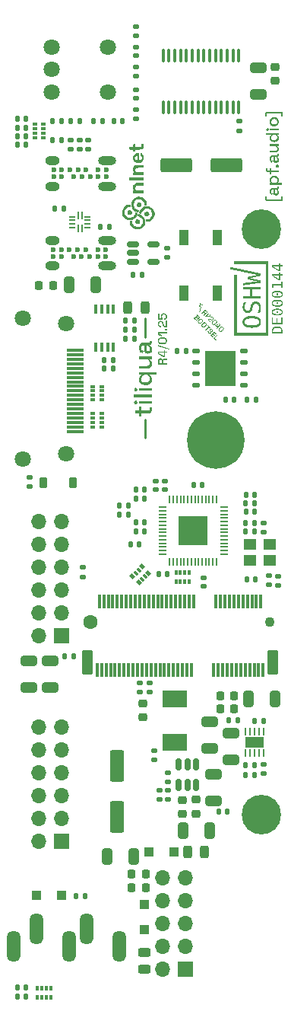
<source format=gbr>
%TF.GenerationSoftware,KiCad,Pcbnew,8.0.7*%
%TF.CreationDate,2025-01-04T21:32:03+01:00*%
%TF.ProjectId,tiliqua-motherboard,74696c69-7175-4612-9d6d-6f7468657262,rev?*%
%TF.SameCoordinates,Original*%
%TF.FileFunction,Soldermask,Top*%
%TF.FilePolarity,Negative*%
%FSLAX46Y46*%
G04 Gerber Fmt 4.6, Leading zero omitted, Abs format (unit mm)*
G04 Created by KiCad (PCBNEW 8.0.7) date 2025-01-04 21:32:03*
%MOMM*%
%LPD*%
G01*
G04 APERTURE LIST*
G04 Aperture macros list*
%AMRoundRect*
0 Rectangle with rounded corners*
0 $1 Rounding radius*
0 $2 $3 $4 $5 $6 $7 $8 $9 X,Y pos of 4 corners*
0 Add a 4 corners polygon primitive as box body*
4,1,4,$2,$3,$4,$5,$6,$7,$8,$9,$2,$3,0*
0 Add four circle primitives for the rounded corners*
1,1,$1+$1,$2,$3*
1,1,$1+$1,$4,$5*
1,1,$1+$1,$6,$7*
1,1,$1+$1,$8,$9*
0 Add four rect primitives between the rounded corners*
20,1,$1+$1,$2,$3,$4,$5,0*
20,1,$1+$1,$4,$5,$6,$7,0*
20,1,$1+$1,$6,$7,$8,$9,0*
20,1,$1+$1,$8,$9,$2,$3,0*%
%AMRotRect*
0 Rectangle, with rotation*
0 The origin of the aperture is its center*
0 $1 length*
0 $2 width*
0 $3 Rotation angle, in degrees counterclockwise*
0 Add horizontal line*
21,1,$1,$2,0,0,$3*%
G04 Aperture macros list end*
%ADD10C,0.250000*%
%ADD11C,0.100000*%
%ADD12C,0.150000*%
%ADD13C,0.300000*%
%ADD14C,0.000000*%
%ADD15C,0.600000*%
%ADD16O,1.600000X1.000000*%
%ADD17O,2.000000X1.000000*%
%ADD18R,1.700000X1.700000*%
%ADD19O,1.700000X1.700000*%
%ADD20RoundRect,0.147500X-0.147500X-0.172500X0.147500X-0.172500X0.147500X0.172500X-0.147500X0.172500X0*%
%ADD21RoundRect,0.250000X1.500000X0.550000X-1.500000X0.550000X-1.500000X-0.550000X1.500000X-0.550000X0*%
%ADD22R,0.400000X0.500000*%
%ADD23R,0.300000X0.500000*%
%ADD24RoundRect,0.125000X-0.262500X-0.125000X0.262500X-0.125000X0.262500X0.125000X-0.262500X0.125000X0*%
%ADD25R,3.400000X4.000000*%
%ADD26R,1.900000X0.300000*%
%ADD27C,1.800000*%
%ADD28C,6.400000*%
%ADD29RoundRect,0.135000X-0.135000X-0.185000X0.135000X-0.185000X0.135000X0.185000X-0.135000X0.185000X0*%
%ADD30RoundRect,0.243750X0.243750X0.456250X-0.243750X0.456250X-0.243750X-0.456250X0.243750X-0.456250X0*%
%ADD31RoundRect,0.218750X-0.218750X-0.256250X0.218750X-0.256250X0.218750X0.256250X-0.218750X0.256250X0*%
%ADD32RoundRect,0.135000X0.185000X-0.135000X0.185000X0.135000X-0.185000X0.135000X-0.185000X-0.135000X0*%
%ADD33RoundRect,0.250000X-0.550000X1.500000X-0.550000X-1.500000X0.550000X-1.500000X0.550000X1.500000X0*%
%ADD34R,0.500000X0.400000*%
%ADD35R,0.500000X0.300000*%
%ADD36RotRect,0.500000X0.400000X315.000000*%
%ADD37RotRect,0.500000X0.300000X315.000000*%
%ADD38RoundRect,0.140000X0.170000X-0.140000X0.170000X0.140000X-0.170000X0.140000X-0.170000X-0.140000X0*%
%ADD39RoundRect,0.140000X0.140000X0.170000X-0.140000X0.170000X-0.140000X-0.170000X0.140000X-0.170000X0*%
%ADD40RoundRect,0.135000X0.135000X0.185000X-0.135000X0.185000X-0.135000X-0.185000X0.135000X-0.185000X0*%
%ADD41RoundRect,0.218750X-0.256250X0.218750X-0.256250X-0.218750X0.256250X-0.218750X0.256250X0.218750X0*%
%ADD42RoundRect,0.050000X0.050000X-0.387500X0.050000X0.387500X-0.050000X0.387500X-0.050000X-0.387500X0*%
%ADD43RoundRect,0.050000X0.387500X-0.050000X0.387500X0.050000X-0.387500X0.050000X-0.387500X-0.050000X0*%
%ADD44R,3.200000X3.200000*%
%ADD45RoundRect,0.135000X-0.185000X0.135000X-0.185000X-0.135000X0.185000X-0.135000X0.185000X0.135000X0*%
%ADD46RoundRect,0.150000X0.150000X-0.512500X0.150000X0.512500X-0.150000X0.512500X-0.150000X-0.512500X0*%
%ADD47RoundRect,0.140000X-0.140000X-0.170000X0.140000X-0.170000X0.140000X0.170000X-0.140000X0.170000X0*%
%ADD48RoundRect,0.250000X0.650000X-0.325000X0.650000X0.325000X-0.650000X0.325000X-0.650000X-0.325000X0*%
%ADD49RoundRect,0.250000X-0.650000X0.325000X-0.650000X-0.325000X0.650000X-0.325000X0.650000X0.325000X0*%
%ADD50C,0.700000*%
%ADD51C,4.400000*%
%ADD52RoundRect,0.225000X-0.250000X0.225000X-0.250000X-0.225000X0.250000X-0.225000X0.250000X0.225000X0*%
%ADD53RoundRect,0.250000X0.300000X-0.300000X0.300000X0.300000X-0.300000X0.300000X-0.300000X-0.300000X0*%
%ADD54RoundRect,0.250000X0.325000X0.650000X-0.325000X0.650000X-0.325000X-0.650000X0.325000X-0.650000X0*%
%ADD55RoundRect,0.140000X-0.170000X0.140000X-0.170000X-0.140000X0.170000X-0.140000X0.170000X0.140000X0*%
%ADD56RoundRect,0.218750X0.218750X0.256250X-0.218750X0.256250X-0.218750X-0.256250X0.218750X-0.256250X0*%
%ADD57R,0.400000X1.100000*%
%ADD58RoundRect,0.218750X0.256250X-0.218750X0.256250X0.218750X-0.256250X0.218750X-0.256250X-0.218750X0*%
%ADD59RoundRect,0.243750X-0.243750X-0.456250X0.243750X-0.456250X0.243750X0.456250X-0.243750X0.456250X0*%
%ADD60R,1.400000X1.200000*%
%ADD61RoundRect,0.062500X0.062500X-0.350000X0.062500X0.350000X-0.062500X0.350000X-0.062500X-0.350000X0*%
%ADD62R,2.000000X1.200000*%
%ADD63RoundRect,0.250000X-0.325000X-0.650000X0.325000X-0.650000X0.325000X0.650000X-0.325000X0.650000X0*%
%ADD64RoundRect,0.225000X0.225000X0.250000X-0.225000X0.250000X-0.225000X-0.250000X0.225000X-0.250000X0*%
%ADD65RoundRect,0.243750X0.456250X-0.243750X0.456250X0.243750X-0.456250X0.243750X-0.456250X-0.243750X0*%
%ADD66C,1.100000*%
%ADD67C,1.600000*%
%ADD68RoundRect,0.036000X0.114000X0.739000X-0.114000X0.739000X-0.114000X-0.739000X0.114000X-0.739000X0*%
%ADD69RoundRect,0.252000X0.348000X1.123000X-0.348000X1.123000X-0.348000X-1.123000X0.348000X-1.123000X0*%
%ADD70RoundRect,0.225000X-0.225000X-0.375000X0.225000X-0.375000X0.225000X0.375000X-0.225000X0.375000X0*%
%ADD71RoundRect,0.150000X-0.512500X-0.150000X0.512500X-0.150000X0.512500X0.150000X-0.512500X0.150000X0*%
%ADD72RoundRect,0.250000X-0.300000X-0.300000X0.300000X-0.300000X0.300000X0.300000X-0.300000X0.300000X0*%
%ADD73R,1.100000X1.800000*%
%ADD74RoundRect,0.250000X0.300000X0.300000X-0.300000X0.300000X-0.300000X-0.300000X0.300000X-0.300000X0*%
%ADD75R,2.790000X1.903000*%
%ADD76RoundRect,0.050000X0.050000X-0.375000X0.050000X0.375000X-0.050000X0.375000X-0.050000X-0.375000X0*%
%ADD77RoundRect,0.050000X0.275000X-0.050000X0.275000X0.050000X-0.275000X0.050000X-0.275000X-0.050000X0*%
%ADD78RoundRect,0.100000X-0.100000X0.637500X-0.100000X-0.637500X0.100000X-0.637500X0.100000X0.637500X0*%
%ADD79O,1.500000X3.500000*%
G04 APERTURE END LIST*
D10*
X15740000Y-46950000D02*
X15740000Y-44850000D01*
X15740000Y-35750000D02*
X15740000Y-33650000D01*
D11*
X21850765Y-31986463D02*
G75*
G02*
X21815966Y-32905465I-953965J-424037D01*
G01*
X21850765Y-31986463D02*
X21745246Y-32269063D01*
X21850765Y-31986463D02*
X22128073Y-32117245D01*
D10*
G36*
X17501328Y-38067418D02*
G01*
X17548945Y-38079506D01*
X17593005Y-38102775D01*
X17600080Y-38108129D01*
X17636842Y-38143781D01*
X17664331Y-38184790D01*
X17677505Y-38215107D01*
X17699975Y-38215107D01*
X17710416Y-38167174D01*
X17735879Y-38129866D01*
X17778787Y-38104710D01*
X17830157Y-38097626D01*
X18155000Y-38097626D01*
X18155000Y-38250034D01*
X17851161Y-38250034D01*
X17803168Y-38261162D01*
X17791078Y-38269817D01*
X17769683Y-38314957D01*
X17768607Y-38332832D01*
X17768607Y-38631053D01*
X18155000Y-38631053D01*
X18155000Y-38782239D01*
X17175097Y-38782239D01*
X17175097Y-38387298D01*
X17312117Y-38387298D01*
X17312117Y-38631053D01*
X17631343Y-38631053D01*
X17631343Y-38387298D01*
X17626465Y-38335850D01*
X17610019Y-38289534D01*
X17590066Y-38261513D01*
X17548198Y-38230792D01*
X17499024Y-38217670D01*
X17477470Y-38216573D01*
X17466235Y-38216573D01*
X17416970Y-38222789D01*
X17370174Y-38245757D01*
X17353639Y-38260781D01*
X17326755Y-38302870D01*
X17314104Y-38353028D01*
X17312117Y-38387298D01*
X17175097Y-38387298D01*
X17175097Y-38370446D01*
X17177589Y-38321038D01*
X17186205Y-38270129D01*
X17200974Y-38223417D01*
X17206605Y-38210222D01*
X17231498Y-38166199D01*
X17266028Y-38126534D01*
X17296974Y-38102511D01*
X17344098Y-38078995D01*
X17392846Y-38066973D01*
X17436681Y-38063921D01*
X17452313Y-38063921D01*
X17501328Y-38067418D01*
G37*
G36*
X17954720Y-37317026D02*
G01*
X18155000Y-37317026D01*
X18155000Y-37464060D01*
X17954720Y-37464060D01*
X17954720Y-37959629D01*
X17783995Y-37959629D01*
X17175097Y-37584472D01*
X17175097Y-37486286D01*
X17267421Y-37486286D01*
X17805000Y-37816747D01*
X17824539Y-37816747D01*
X17824539Y-37464060D01*
X17267421Y-37464060D01*
X17267421Y-37486286D01*
X17175097Y-37486286D01*
X17175097Y-37317026D01*
X17824539Y-37317026D01*
X17824539Y-37151674D01*
X17954720Y-37151674D01*
X17954720Y-37317026D01*
G37*
G36*
X18434902Y-37130180D02*
G01*
X17175097Y-36718631D01*
X17175097Y-36574284D01*
X18434902Y-36985833D01*
X18434902Y-37130180D01*
G37*
G36*
X17842869Y-35764901D02*
G01*
X17896914Y-35772343D01*
X17946129Y-35784746D01*
X17998811Y-35806178D01*
X18044538Y-35834754D01*
X18077330Y-35864025D01*
X18110366Y-35904526D01*
X18136567Y-35950007D01*
X18155933Y-36000468D01*
X18168463Y-36055909D01*
X18173685Y-36105914D01*
X18174539Y-36137577D01*
X18172166Y-36189312D01*
X18165046Y-36237660D01*
X18150237Y-36291206D01*
X18128593Y-36339875D01*
X18100114Y-36383667D01*
X18077330Y-36410152D01*
X18037399Y-36444599D01*
X17990513Y-36471919D01*
X17936672Y-36492112D01*
X17886491Y-36503495D01*
X17831481Y-36509929D01*
X17783995Y-36511513D01*
X17546102Y-36511513D01*
X17488370Y-36509039D01*
X17435158Y-36501615D01*
X17386465Y-36489242D01*
X17334001Y-36467861D01*
X17288045Y-36439353D01*
X17254720Y-36410152D01*
X17220938Y-36369612D01*
X17194144Y-36324194D01*
X17174341Y-36273899D01*
X17161526Y-36218727D01*
X17156187Y-36169025D01*
X17155314Y-36137577D01*
X17286960Y-36137577D01*
X17291128Y-36189021D01*
X17305779Y-36239378D01*
X17330979Y-36281774D01*
X17353639Y-36305617D01*
X17395046Y-36334071D01*
X17444529Y-36353212D01*
X17495293Y-36362410D01*
X17537554Y-36364479D01*
X17789612Y-36364479D01*
X17840698Y-36361768D01*
X17892298Y-36352028D01*
X17941699Y-36332605D01*
X17977923Y-36307815D01*
X18012184Y-36266842D01*
X18032170Y-36220463D01*
X18041306Y-36171680D01*
X18042892Y-36137577D01*
X18038740Y-36083325D01*
X18024143Y-36031268D01*
X17999035Y-35988717D01*
X17976458Y-35965630D01*
X17934819Y-35938475D01*
X17884641Y-35920207D01*
X17832869Y-35911430D01*
X17789612Y-35909455D01*
X17537554Y-35909455D01*
X17487526Y-35912341D01*
X17436850Y-35922710D01*
X17388123Y-35943389D01*
X17352173Y-35969783D01*
X17320649Y-36007347D01*
X17299443Y-36052446D01*
X17288553Y-36105081D01*
X17286960Y-36137577D01*
X17155314Y-36137577D01*
X17157740Y-36085497D01*
X17165021Y-36036875D01*
X17180165Y-35983094D01*
X17202299Y-35934293D01*
X17231422Y-35890472D01*
X17254720Y-35864025D01*
X17295252Y-35829496D01*
X17342293Y-35802110D01*
X17395842Y-35781868D01*
X17445438Y-35770458D01*
X17499555Y-35764008D01*
X17546102Y-35762420D01*
X17783995Y-35762420D01*
X17842869Y-35764901D01*
G37*
G36*
X18155000Y-35325958D02*
G01*
X17278656Y-35325958D01*
X17278656Y-35348429D01*
X17609117Y-35509385D01*
X17609117Y-35664723D01*
X17175097Y-35447836D01*
X17175097Y-35178924D01*
X18155000Y-35178924D01*
X18155000Y-35325958D01*
G37*
G36*
X18174539Y-34883879D02*
G01*
X18164415Y-34934008D01*
X18142543Y-34965945D01*
X18100477Y-34992409D01*
X18059745Y-34998673D01*
X18011594Y-34989436D01*
X17977923Y-34965945D01*
X17952447Y-34923750D01*
X17946416Y-34883879D01*
X17956617Y-34833827D01*
X17978656Y-34802058D01*
X18020181Y-34775396D01*
X18059745Y-34769085D01*
X18108293Y-34778391D01*
X18142543Y-34802058D01*
X18168415Y-34844055D01*
X18174539Y-34883879D01*
G37*
G36*
X18155000Y-34624005D02*
G01*
X18044357Y-34624005D01*
X17989809Y-34621242D01*
X17941017Y-34612953D01*
X17893557Y-34597264D01*
X17876563Y-34589078D01*
X17834140Y-34561377D01*
X17797547Y-34526634D01*
X17769340Y-34488938D01*
X17744830Y-34445533D01*
X17722896Y-34396832D01*
X17705357Y-34348474D01*
X17699975Y-34331402D01*
X17673353Y-34245917D01*
X17655902Y-34198780D01*
X17633573Y-34155124D01*
X17628656Y-34147242D01*
X17596647Y-34108762D01*
X17562222Y-34083739D01*
X17515940Y-34066206D01*
X17468921Y-34061269D01*
X17463304Y-34061269D01*
X17410761Y-34067878D01*
X17363054Y-34090163D01*
X17333855Y-34117201D01*
X17307156Y-34159810D01*
X17291540Y-34210730D01*
X17286960Y-34264235D01*
X17290960Y-34314171D01*
X17304784Y-34363038D01*
X17331396Y-34408748D01*
X17337519Y-34416154D01*
X17377737Y-34449249D01*
X17424067Y-34467415D01*
X17473717Y-34474057D01*
X17485774Y-34474284D01*
X17508244Y-34474284D01*
X17508244Y-34619852D01*
X17487240Y-34619852D01*
X17436055Y-34616967D01*
X17383400Y-34606824D01*
X17335961Y-34589378D01*
X17307233Y-34573690D01*
X17264648Y-34541300D01*
X17228789Y-34502135D01*
X17202267Y-34461095D01*
X17194637Y-34446196D01*
X17175628Y-34398920D01*
X17162840Y-34348591D01*
X17156274Y-34295210D01*
X17155314Y-34264235D01*
X17157680Y-34215157D01*
X17165998Y-34163193D01*
X17180305Y-34114668D01*
X17193171Y-34084228D01*
X17219838Y-34038060D01*
X17252515Y-33998476D01*
X17291202Y-33965474D01*
X17299661Y-33959664D01*
X17344870Y-33935707D01*
X17394706Y-33920623D01*
X17443515Y-33914634D01*
X17460617Y-33914235D01*
X17473318Y-33914235D01*
X17524230Y-33917229D01*
X17574863Y-33927581D01*
X17623341Y-33947508D01*
X17631343Y-33952092D01*
X17672039Y-33981386D01*
X17707483Y-34017549D01*
X17735146Y-34056384D01*
X17759246Y-34099885D01*
X17780865Y-34147346D01*
X17798202Y-34193445D01*
X17803534Y-34209524D01*
X17828691Y-34292078D01*
X17845330Y-34341386D01*
X17865930Y-34387661D01*
X17871678Y-34398080D01*
X17902213Y-34437951D01*
X17926877Y-34456698D01*
X17974237Y-34472860D01*
X18009431Y-34475505D01*
X18023353Y-34475505D01*
X18023353Y-33922539D01*
X18155000Y-33922539D01*
X18155000Y-34624005D01*
G37*
G36*
X18174539Y-33431122D02*
G01*
X18172005Y-33484612D01*
X18164403Y-33534437D01*
X18149793Y-33586112D01*
X18133995Y-33623097D01*
X18108522Y-33665792D01*
X18073966Y-33706388D01*
X18032826Y-33739781D01*
X18019200Y-33748394D01*
X17970481Y-33771578D01*
X17922677Y-33785102D01*
X17871124Y-33791671D01*
X17847009Y-33792358D01*
X17831622Y-33792358D01*
X17831622Y-33642393D01*
X17845544Y-33642393D01*
X17898085Y-33637002D01*
X17947835Y-33618620D01*
X17989159Y-33587194D01*
X18019751Y-33544021D01*
X18036543Y-33495706D01*
X18042682Y-33444841D01*
X18042892Y-33432588D01*
X18038468Y-33378694D01*
X18023174Y-33327422D01*
X17996956Y-33285214D01*
X17986960Y-33274319D01*
X17943861Y-33242475D01*
X17896615Y-33224996D01*
X17847527Y-33218605D01*
X17835774Y-33218387D01*
X17823318Y-33218387D01*
X17769956Y-33223801D01*
X17723751Y-33240044D01*
X17681189Y-33270419D01*
X17677749Y-33273830D01*
X17646600Y-33315329D01*
X17628381Y-33363928D01*
X17623039Y-33414270D01*
X17628205Y-33465144D01*
X17637693Y-33493404D01*
X17664467Y-33535032D01*
X17673353Y-33543963D01*
X17712674Y-33574441D01*
X17713897Y-33575226D01*
X17713897Y-33761583D01*
X17175097Y-33761583D01*
X17175097Y-33104814D01*
X17307965Y-33104814D01*
X17307965Y-33614549D01*
X17596416Y-33614549D01*
X17596416Y-33592078D01*
X17557763Y-33560065D01*
X17550987Y-33552267D01*
X17524792Y-33509049D01*
X17515327Y-33484367D01*
X17504274Y-33434976D01*
X17501161Y-33383495D01*
X17504787Y-33330878D01*
X17515663Y-33281409D01*
X17533791Y-33235089D01*
X17538286Y-33226203D01*
X17564900Y-33184748D01*
X17598336Y-33148923D01*
X17638593Y-33118726D01*
X17647463Y-33113363D01*
X17695453Y-33091209D01*
X17743701Y-33078286D01*
X17796741Y-33072009D01*
X17821852Y-33071353D01*
X17837240Y-33071353D01*
X17886638Y-33074070D01*
X17938269Y-33083623D01*
X17985728Y-33100053D01*
X18015048Y-33114828D01*
X18058950Y-33145497D01*
X18096316Y-33183464D01*
X18124358Y-33223875D01*
X18132529Y-33238659D01*
X18152837Y-33286371D01*
X18166498Y-33339106D01*
X18173062Y-33390198D01*
X18174539Y-33431122D01*
G37*
D12*
G36*
X22605805Y-32817090D02*
G01*
X22625709Y-32839110D01*
X22643653Y-32864364D01*
X22657205Y-32890448D01*
X22660414Y-32898435D01*
X22668530Y-32927674D01*
X22670709Y-32959152D01*
X22667772Y-32982473D01*
X22657756Y-33012443D01*
X22642174Y-33038226D01*
X22624872Y-33058119D01*
X22618240Y-33064750D01*
X22595961Y-33084062D01*
X22570630Y-33099136D01*
X22542064Y-33107957D01*
X22536792Y-33108687D01*
X22506069Y-33109158D01*
X22477007Y-33103421D01*
X22458556Y-33096148D01*
X22449023Y-33105682D01*
X22464929Y-33130448D01*
X22469954Y-33157079D01*
X22462423Y-33185956D01*
X22443634Y-33210756D01*
X22305815Y-33348575D01*
X22241154Y-33283914D01*
X22370061Y-33155006D01*
X22385702Y-33129923D01*
X22387159Y-33121122D01*
X22377085Y-33092893D01*
X22369958Y-33084853D01*
X22243434Y-32958329D01*
X22079501Y-33122261D01*
X22015358Y-33058119D01*
X22173384Y-32900093D01*
X22301670Y-32900093D01*
X22405086Y-33003509D01*
X22428983Y-33023267D01*
X22455611Y-33035940D01*
X22475965Y-33039363D01*
X22506761Y-33034634D01*
X22533192Y-33019338D01*
X22542802Y-33010659D01*
X22547568Y-33005892D01*
X22565832Y-32982354D01*
X22575942Y-32952755D01*
X22576583Y-32939366D01*
X22570132Y-32910103D01*
X22554219Y-32883456D01*
X22540522Y-32868073D01*
X22437106Y-32764657D01*
X22301670Y-32900093D01*
X22173384Y-32900093D01*
X22431096Y-32642381D01*
X22605805Y-32817090D01*
G37*
G36*
X22971388Y-33182674D02*
G01*
X22990944Y-33204623D01*
X23008366Y-33230318D01*
X23021254Y-33257390D01*
X23024236Y-33265780D01*
X23031458Y-33296768D01*
X23032607Y-33327608D01*
X23028381Y-33355518D01*
X23017737Y-33385395D01*
X23002323Y-33411365D01*
X22981445Y-33436203D01*
X22979057Y-33438624D01*
X22971388Y-33446292D01*
X22949114Y-33465796D01*
X22923115Y-33482218D01*
X22895801Y-33493114D01*
X22887350Y-33495306D01*
X22856232Y-33499455D01*
X22825285Y-33497652D01*
X22797301Y-33490850D01*
X22770205Y-33479383D01*
X22744485Y-33463503D01*
X22720142Y-33443212D01*
X22715438Y-33438624D01*
X22614406Y-33337591D01*
X22454618Y-33497378D01*
X22390475Y-33433235D01*
X22544355Y-33279355D01*
X22672642Y-33279355D01*
X22767147Y-33373859D01*
X22790920Y-33393420D01*
X22817944Y-33406241D01*
X22838958Y-33410024D01*
X22868677Y-33406471D01*
X22896036Y-33391938D01*
X22907867Y-33381527D01*
X22913774Y-33375621D01*
X22932635Y-33351077D01*
X22942313Y-33322415D01*
X22942892Y-33306089D01*
X22935824Y-33275941D01*
X22920040Y-33249296D01*
X22906727Y-33234278D01*
X22812223Y-33139774D01*
X22672642Y-33279355D01*
X22544355Y-33279355D01*
X22806213Y-33017498D01*
X22971388Y-33182674D01*
G37*
G36*
X22733780Y-33776540D02*
G01*
X22780721Y-33729599D01*
X22805037Y-33707628D01*
X22829253Y-33690443D01*
X22856046Y-33676964D01*
X22866729Y-33673227D01*
X22896480Y-33666982D01*
X22926745Y-33666197D01*
X22954705Y-33670222D01*
X22983519Y-33678239D01*
X23013487Y-33689595D01*
X23041444Y-33702671D01*
X23050971Y-33707630D01*
X23098534Y-33732604D01*
X23125937Y-33745198D01*
X23153932Y-33754247D01*
X23159361Y-33755504D01*
X23189267Y-33758250D01*
X23214489Y-33754261D01*
X23241563Y-33742064D01*
X23263607Y-33724210D01*
X23265990Y-33721827D01*
X23285478Y-33696731D01*
X23296263Y-33667036D01*
X23297181Y-33643177D01*
X23290431Y-33613772D01*
X23275452Y-33585543D01*
X23254695Y-33560900D01*
X23231812Y-33541410D01*
X23205214Y-33526543D01*
X23174530Y-33518440D01*
X23168791Y-33517896D01*
X23137687Y-33520918D01*
X23110324Y-33532867D01*
X23086441Y-33551114D01*
X23081229Y-33556133D01*
X23071696Y-33565666D01*
X23009936Y-33503907D01*
X23018848Y-33494995D01*
X23041788Y-33474504D01*
X23068431Y-33456467D01*
X23095959Y-33443742D01*
X23114803Y-33438209D01*
X23146613Y-33433884D01*
X23178443Y-33435287D01*
X23207107Y-33441446D01*
X23216665Y-33444530D01*
X23244787Y-33456523D01*
X23271565Y-33472450D01*
X23296999Y-33492312D01*
X23310548Y-33505047D01*
X23330366Y-33526872D01*
X23348883Y-33552448D01*
X23363401Y-33579106D01*
X23370857Y-33597479D01*
X23379131Y-33628380D01*
X23382061Y-33659037D01*
X23379649Y-33689453D01*
X23378525Y-33695506D01*
X23369509Y-33724851D01*
X23354764Y-33752394D01*
X23336598Y-33775643D01*
X23329511Y-33783068D01*
X23324123Y-33788457D01*
X23301252Y-33808787D01*
X23275378Y-33825876D01*
X23246357Y-33837990D01*
X23241017Y-33839439D01*
X23211322Y-33844277D01*
X23180943Y-33843972D01*
X23152729Y-33839232D01*
X23124049Y-33831001D01*
X23094741Y-33820038D01*
X23067827Y-33807834D01*
X23058743Y-33803275D01*
X23013045Y-33778923D01*
X22985066Y-33765063D01*
X22956693Y-33754170D01*
X22949835Y-33752188D01*
X22919964Y-33748228D01*
X22901546Y-33750738D01*
X22874596Y-33763974D01*
X22858542Y-33777783D01*
X22852636Y-33783690D01*
X23087239Y-34018294D01*
X23031386Y-34074147D01*
X22733780Y-33776540D01*
G37*
G36*
X23549639Y-33799821D02*
G01*
X23580275Y-33807723D01*
X23610015Y-33820659D01*
X23638860Y-33838630D01*
X23662212Y-33857452D01*
X23675924Y-33870423D01*
X23696991Y-33893548D01*
X23714530Y-33917266D01*
X23730923Y-33946508D01*
X23742237Y-33976603D01*
X23748472Y-34007551D01*
X23749808Y-34028656D01*
X23747261Y-34060502D01*
X23738923Y-34092078D01*
X23724791Y-34123385D01*
X23708591Y-34149268D01*
X23688367Y-34174964D01*
X23669292Y-34195386D01*
X23568363Y-34296315D01*
X23542332Y-34320241D01*
X23516246Y-34340013D01*
X23490104Y-34355631D01*
X23458660Y-34368889D01*
X23427135Y-34376166D01*
X23400804Y-34377660D01*
X23369605Y-34374493D01*
X23339193Y-34366313D01*
X23309568Y-34353120D01*
X23280730Y-34334915D01*
X23257300Y-34315915D01*
X23243504Y-34302844D01*
X23222561Y-34279888D01*
X23205070Y-34256355D01*
X23188635Y-34227354D01*
X23177169Y-34197522D01*
X23170673Y-34166860D01*
X23169195Y-34147201D01*
X23254695Y-34147201D01*
X23257543Y-34179120D01*
X23268740Y-34207276D01*
X23285561Y-34231849D01*
X23299357Y-34246991D01*
X23324136Y-34268246D01*
X23352415Y-34284139D01*
X23381120Y-34291540D01*
X23400493Y-34291756D01*
X23429680Y-34285611D01*
X23458719Y-34272073D01*
X23484408Y-34253832D01*
X23503599Y-34236317D01*
X23610538Y-34129378D01*
X23630538Y-34106928D01*
X23647639Y-34081029D01*
X23659539Y-34051583D01*
X23663593Y-34025133D01*
X23661030Y-33995821D01*
X23650894Y-33967690D01*
X23633183Y-33940739D01*
X23620071Y-33926276D01*
X23596478Y-33906218D01*
X23568897Y-33891070D01*
X23540219Y-33883774D01*
X23520489Y-33883272D01*
X23490850Y-33888768D01*
X23461735Y-33901640D01*
X23436295Y-33919276D01*
X23417487Y-33936327D01*
X23310548Y-34043267D01*
X23290025Y-34066091D01*
X23272265Y-34092115D01*
X23259546Y-34121315D01*
X23254695Y-34147201D01*
X23169195Y-34147201D01*
X23169102Y-34145958D01*
X23171429Y-34114402D01*
X23179730Y-34082919D01*
X23194006Y-34051509D01*
X23210466Y-34025390D01*
X23231075Y-33999321D01*
X23250550Y-33978502D01*
X23351479Y-33877573D01*
X23377023Y-33854129D01*
X23402749Y-33834703D01*
X23428657Y-33819294D01*
X23459986Y-33806106D01*
X23491579Y-33798703D01*
X23518106Y-33796954D01*
X23549639Y-33799821D01*
G37*
G36*
X24149069Y-34360355D02*
G01*
X23873534Y-34635889D01*
X23943687Y-34706042D01*
X23888456Y-34761274D01*
X23818303Y-34691121D01*
X23733332Y-34776092D01*
X23670950Y-34713711D01*
X23755922Y-34628739D01*
X23551059Y-34423876D01*
X23661521Y-34423876D01*
X23811153Y-34573508D01*
X24047518Y-34337143D01*
X24038088Y-34327713D01*
X23669811Y-34415586D01*
X23661521Y-34423876D01*
X23551059Y-34423876D01*
X23545670Y-34418487D01*
X23618102Y-34346055D01*
X24035601Y-34246887D01*
X24149069Y-34360355D01*
G37*
G36*
X24306504Y-34556687D02*
G01*
X24337141Y-34564588D01*
X24366881Y-34577525D01*
X24395725Y-34595496D01*
X24419078Y-34614317D01*
X24432790Y-34627289D01*
X24453856Y-34650414D01*
X24471396Y-34674132D01*
X24487788Y-34703374D01*
X24499102Y-34733469D01*
X24505338Y-34764416D01*
X24506674Y-34785522D01*
X24504127Y-34817368D01*
X24495788Y-34848944D01*
X24481657Y-34880251D01*
X24465456Y-34906134D01*
X24445233Y-34931830D01*
X24426158Y-34952252D01*
X24325229Y-35053181D01*
X24299198Y-35077107D01*
X24273112Y-35096879D01*
X24246969Y-35112497D01*
X24215525Y-35125755D01*
X24184001Y-35133031D01*
X24157670Y-35134526D01*
X24126471Y-35131359D01*
X24096059Y-35123179D01*
X24066434Y-35109986D01*
X24037596Y-35091781D01*
X24014166Y-35072780D01*
X24000369Y-35059709D01*
X23979427Y-35036753D01*
X23961936Y-35013220D01*
X23945501Y-34984220D01*
X23934035Y-34954388D01*
X23927538Y-34923726D01*
X23926061Y-34904067D01*
X24011561Y-34904067D01*
X24014408Y-34935986D01*
X24025606Y-34964142D01*
X24042427Y-34988715D01*
X24056222Y-35003856D01*
X24081001Y-35025112D01*
X24109280Y-35041005D01*
X24137985Y-35048406D01*
X24157359Y-35048622D01*
X24186546Y-35042477D01*
X24215585Y-35028938D01*
X24241274Y-35010697D01*
X24260464Y-34993183D01*
X24367404Y-34886244D01*
X24387404Y-34863794D01*
X24404505Y-34837895D01*
X24416405Y-34808448D01*
X24420459Y-34781998D01*
X24417896Y-34752687D01*
X24407759Y-34724555D01*
X24390049Y-34697604D01*
X24376937Y-34683142D01*
X24353343Y-34663084D01*
X24325763Y-34647936D01*
X24297084Y-34640639D01*
X24277355Y-34640138D01*
X24247715Y-34645633D01*
X24218600Y-34658506D01*
X24193161Y-34676141D01*
X24174353Y-34693193D01*
X24067414Y-34800133D01*
X24046890Y-34822957D01*
X24029130Y-34848981D01*
X24016412Y-34878180D01*
X24011561Y-34904067D01*
X23926061Y-34904067D01*
X23925968Y-34902823D01*
X23928294Y-34871268D01*
X23936596Y-34839785D01*
X23950871Y-34808375D01*
X23967332Y-34782255D01*
X23987941Y-34756187D01*
X24007416Y-34735368D01*
X24108345Y-34634439D01*
X24133889Y-34610995D01*
X24159614Y-34591569D01*
X24185522Y-34576160D01*
X24216852Y-34562972D01*
X24248444Y-34555569D01*
X24274972Y-34553820D01*
X24306504Y-34556687D01*
G37*
G36*
X21761646Y-33398460D02*
G01*
X21782851Y-33422154D01*
X21799704Y-33446475D01*
X21813216Y-33473953D01*
X21814183Y-33476488D01*
X21822373Y-33506827D01*
X21824092Y-33536758D01*
X21821644Y-33556486D01*
X21812469Y-33584857D01*
X21796444Y-33611218D01*
X21781957Y-33627675D01*
X21775946Y-33633685D01*
X21752690Y-33653418D01*
X21725602Y-33667687D01*
X21718332Y-33669953D01*
X21688527Y-33674504D01*
X21663929Y-33672544D01*
X21635328Y-33664456D01*
X21620926Y-33657933D01*
X21611392Y-33667466D01*
X21623054Y-33695380D01*
X21626832Y-33710885D01*
X21628829Y-33741311D01*
X21624760Y-33766427D01*
X21612944Y-33794010D01*
X21594748Y-33818064D01*
X21587663Y-33825492D01*
X21581756Y-33831399D01*
X21557335Y-33852024D01*
X21531518Y-33866454D01*
X21506836Y-33874195D01*
X21476458Y-33877168D01*
X21445789Y-33873496D01*
X21425181Y-33867356D01*
X21397354Y-33854396D01*
X21370579Y-33836317D01*
X21347153Y-33815441D01*
X21197417Y-33665705D01*
X21313889Y-33665705D01*
X21397617Y-33749433D01*
X21421943Y-33769416D01*
X21448822Y-33781790D01*
X21463522Y-33784457D01*
X21493832Y-33780626D01*
X21519491Y-33765053D01*
X21524660Y-33760209D01*
X21530048Y-33754821D01*
X21548233Y-33729694D01*
X21554951Y-33700131D01*
X21554710Y-33693890D01*
X21546621Y-33664692D01*
X21530562Y-33639948D01*
X21519375Y-33627675D01*
X21435647Y-33543947D01*
X21313889Y-33665705D01*
X21197417Y-33665705D01*
X21135035Y-33603323D01*
X21192028Y-33546331D01*
X21247881Y-33602184D01*
X21364872Y-33485193D01*
X21494401Y-33485193D01*
X21578129Y-33568920D01*
X21601338Y-33587874D01*
X21629519Y-33600335D01*
X21641961Y-33602494D01*
X21671872Y-33599062D01*
X21698458Y-33582743D01*
X21701752Y-33579594D01*
X21707659Y-33573687D01*
X21724934Y-33549470D01*
X21731074Y-33520485D01*
X21730767Y-33514311D01*
X21722873Y-33485591D01*
X21705952Y-33459775D01*
X21696985Y-33450064D01*
X21613258Y-33366337D01*
X21494401Y-33485193D01*
X21364872Y-33485193D01*
X21549633Y-33300432D01*
X21493780Y-33244579D01*
X21550773Y-33187586D01*
X21761646Y-33398460D01*
G37*
G36*
X21992470Y-33669412D02*
G01*
X22024343Y-33678047D01*
X22055393Y-33691921D01*
X22080638Y-33707484D01*
X22105312Y-33726686D01*
X22124639Y-33744666D01*
X22146756Y-33768887D01*
X22165245Y-33793691D01*
X22180106Y-33819076D01*
X22193150Y-33850306D01*
X22200970Y-33882374D01*
X22203497Y-33909738D01*
X22201479Y-33942676D01*
X22193559Y-33975118D01*
X22179737Y-34007065D01*
X22163711Y-34033309D01*
X22143586Y-34059208D01*
X22124536Y-34079681D01*
X22027130Y-34177087D01*
X22001532Y-34200463D01*
X21975581Y-34219750D01*
X21949275Y-34234950D01*
X21917241Y-34247793D01*
X21884697Y-34254748D01*
X21857187Y-34256048D01*
X21824456Y-34252546D01*
X21792555Y-34243827D01*
X21761485Y-34229891D01*
X21736228Y-34214293D01*
X21711548Y-34195072D01*
X21692219Y-34177087D01*
X21670105Y-34152873D01*
X21651623Y-34128092D01*
X21636775Y-34102745D01*
X21623752Y-34071580D01*
X21615961Y-34039599D01*
X21613731Y-34015227D01*
X21703203Y-34015227D01*
X21706305Y-34046180D01*
X21717243Y-34075854D01*
X21733544Y-34101157D01*
X21749833Y-34119472D01*
X21774884Y-34140922D01*
X21800712Y-34155947D01*
X21830698Y-34165172D01*
X21854700Y-34166724D01*
X21885492Y-34161780D01*
X21915382Y-34149278D01*
X21941194Y-34131821D01*
X21960085Y-34114809D01*
X22062258Y-34012636D01*
X22081819Y-33990517D01*
X22098564Y-33964582D01*
X22110249Y-33934569D01*
X22114277Y-33907147D01*
X22111377Y-33876397D01*
X22100346Y-33846630D01*
X22083715Y-33820996D01*
X22067025Y-33802281D01*
X22042479Y-33781336D01*
X22016923Y-33766582D01*
X21986964Y-33757385D01*
X21962780Y-33755650D01*
X21931679Y-33760302D01*
X21901562Y-33772626D01*
X21875618Y-33790022D01*
X21856669Y-33807047D01*
X21754496Y-33909220D01*
X21735006Y-33931329D01*
X21718402Y-33957337D01*
X21706953Y-33987540D01*
X21703203Y-34015227D01*
X21613731Y-34015227D01*
X21613465Y-34012325D01*
X21615620Y-33979462D01*
X21623641Y-33947086D01*
X21637527Y-33915199D01*
X21653579Y-33888999D01*
X21673704Y-33863138D01*
X21692737Y-33842694D01*
X21790143Y-33745288D01*
X21815760Y-33721877D01*
X21841706Y-33702549D01*
X21867980Y-33687305D01*
X21899944Y-33674401D01*
X21932382Y-33667377D01*
X21959774Y-33666016D01*
X21992470Y-33669412D01*
G37*
G36*
X22392043Y-34068984D02*
G01*
X22423915Y-34077619D01*
X22454965Y-34091493D01*
X22480210Y-34107056D01*
X22504884Y-34126258D01*
X22524211Y-34144238D01*
X22546328Y-34168459D01*
X22564817Y-34193263D01*
X22579678Y-34218648D01*
X22592722Y-34249878D01*
X22600543Y-34281947D01*
X22603069Y-34309310D01*
X22601051Y-34342248D01*
X22593131Y-34374690D01*
X22579309Y-34406637D01*
X22563283Y-34432881D01*
X22543158Y-34458780D01*
X22524108Y-34479253D01*
X22426702Y-34576659D01*
X22401105Y-34600035D01*
X22375153Y-34619322D01*
X22348848Y-34634522D01*
X22316813Y-34647365D01*
X22284269Y-34654320D01*
X22256759Y-34655620D01*
X22224028Y-34652118D01*
X22192127Y-34643399D01*
X22161057Y-34629463D01*
X22135800Y-34613865D01*
X22111120Y-34594644D01*
X22091791Y-34576659D01*
X22069677Y-34552445D01*
X22051195Y-34527664D01*
X22036347Y-34502317D01*
X22023325Y-34471152D01*
X22015533Y-34439171D01*
X22013303Y-34414799D01*
X22102775Y-34414799D01*
X22105877Y-34445752D01*
X22116815Y-34475426D01*
X22133116Y-34500729D01*
X22149405Y-34519044D01*
X22174456Y-34540494D01*
X22200284Y-34555519D01*
X22230270Y-34564744D01*
X22254272Y-34566296D01*
X22285064Y-34561352D01*
X22314954Y-34548850D01*
X22340766Y-34531393D01*
X22359657Y-34514381D01*
X22461830Y-34412208D01*
X22481391Y-34390089D01*
X22498136Y-34364154D01*
X22509821Y-34334141D01*
X22513849Y-34306720D01*
X22510949Y-34275969D01*
X22499918Y-34246202D01*
X22483287Y-34220568D01*
X22466597Y-34201853D01*
X22442051Y-34180908D01*
X22416495Y-34166154D01*
X22386537Y-34156958D01*
X22362352Y-34155222D01*
X22331251Y-34159874D01*
X22301134Y-34172198D01*
X22275190Y-34189594D01*
X22256241Y-34206619D01*
X22154068Y-34308792D01*
X22134578Y-34330901D01*
X22117974Y-34356909D01*
X22106525Y-34387112D01*
X22102775Y-34414799D01*
X22013303Y-34414799D01*
X22013037Y-34411897D01*
X22015192Y-34379034D01*
X22023213Y-34346658D01*
X22037099Y-34314771D01*
X22053151Y-34288571D01*
X22073276Y-34262710D01*
X22092309Y-34242266D01*
X22189715Y-34144860D01*
X22215332Y-34121449D01*
X22241278Y-34102121D01*
X22267552Y-34086877D01*
X22299516Y-34073973D01*
X22331954Y-34066949D01*
X22359347Y-34065588D01*
X22392043Y-34068984D01*
G37*
G36*
X22425666Y-34893954D02*
G01*
X22783270Y-34536349D01*
X22655502Y-34408581D01*
X22713635Y-34350449D01*
X23033210Y-34670023D01*
X22975077Y-34728156D01*
X22847413Y-34600492D01*
X22489808Y-34958097D01*
X22425666Y-34893954D01*
G37*
G36*
X22799850Y-35284718D02*
G01*
X22778082Y-35260878D01*
X22759722Y-35236300D01*
X22744768Y-35210983D01*
X22733220Y-35184928D01*
X22724737Y-35155201D01*
X22721205Y-35125474D01*
X22722624Y-35095747D01*
X22725552Y-35079232D01*
X22734976Y-35049972D01*
X22749843Y-35021760D01*
X22767628Y-34997564D01*
X22783788Y-34979961D01*
X22798606Y-34965143D01*
X22862128Y-35028664D01*
X22847309Y-35043482D01*
X22826373Y-35068599D01*
X22812109Y-35097314D01*
X22807316Y-35126879D01*
X22807725Y-35135914D01*
X22814376Y-35165735D01*
X22828758Y-35194705D01*
X22848311Y-35220051D01*
X22856221Y-35228347D01*
X22878286Y-35248080D01*
X22905267Y-35265589D01*
X22934174Y-35275662D01*
X22941918Y-35276739D01*
X22971295Y-35274893D01*
X22999437Y-35262238D01*
X23013003Y-35250833D01*
X23029977Y-35226334D01*
X23034350Y-35208140D01*
X23031176Y-35177668D01*
X23023987Y-35157986D01*
X23010709Y-35131128D01*
X22996106Y-35105420D01*
X22991035Y-35097056D01*
X22974455Y-35069699D01*
X22958599Y-35042429D01*
X22945071Y-35016110D01*
X22932770Y-34987982D01*
X22928654Y-34977060D01*
X22920696Y-34947712D01*
X22918075Y-34916841D01*
X22920260Y-34894472D01*
X22929781Y-34865503D01*
X22945676Y-34839664D01*
X22963782Y-34819034D01*
X22987492Y-34798846D01*
X23015233Y-34783114D01*
X23044712Y-34774165D01*
X23075424Y-34771669D01*
X23106576Y-34775296D01*
X23135279Y-34783906D01*
X23164000Y-34797545D01*
X23189347Y-34814094D01*
X23214219Y-34834692D01*
X23225121Y-34845147D01*
X23245269Y-34867161D01*
X23264328Y-34892777D01*
X23279568Y-34919296D01*
X23287606Y-34937476D01*
X23296893Y-34968079D01*
X23300534Y-34998622D01*
X23298528Y-35029103D01*
X23297450Y-35035192D01*
X23288186Y-35065221D01*
X23274087Y-35091433D01*
X23254529Y-35116875D01*
X23244084Y-35127935D01*
X23222737Y-35149282D01*
X23159112Y-35085657D01*
X23180459Y-35064311D01*
X23199806Y-35040759D01*
X23212007Y-35013454D01*
X23212789Y-35010012D01*
X23213627Y-34979017D01*
X23206572Y-34955092D01*
X23191184Y-34928046D01*
X23171854Y-34904891D01*
X23168646Y-34901622D01*
X23144988Y-34881041D01*
X23119223Y-34865765D01*
X23093726Y-34858204D01*
X23063244Y-34859926D01*
X23036173Y-34874343D01*
X23029065Y-34880794D01*
X23011506Y-34905558D01*
X23006993Y-34921310D01*
X23008763Y-34951157D01*
X23014143Y-34968252D01*
X23026967Y-34995531D01*
X23042565Y-35022332D01*
X23045127Y-35026384D01*
X23061810Y-35053637D01*
X23078324Y-35080980D01*
X23092542Y-35107634D01*
X23105649Y-35136442D01*
X23110099Y-35147728D01*
X23119076Y-35178242D01*
X23122641Y-35207949D01*
X23121186Y-35234253D01*
X23112312Y-35264850D01*
X23096368Y-35291898D01*
X23077768Y-35313318D01*
X23053487Y-35333935D01*
X23027405Y-35349027D01*
X22999522Y-35358594D01*
X22993729Y-35359845D01*
X22964231Y-35362822D01*
X22934024Y-35360355D01*
X22903109Y-35352443D01*
X22896841Y-35350208D01*
X22868892Y-35337486D01*
X22841468Y-35320306D01*
X22817531Y-35301291D01*
X22799850Y-35284718D01*
G37*
G36*
X23028132Y-35496421D02*
G01*
X23443870Y-35080683D01*
X23705830Y-35342643D01*
X23647697Y-35400776D01*
X23449880Y-35202959D01*
X23330506Y-35322333D01*
X23511743Y-35503571D01*
X23453507Y-35561807D01*
X23272269Y-35380569D01*
X23150512Y-35502327D01*
X23351334Y-35703149D01*
X23293098Y-35761386D01*
X23028132Y-35496421D01*
G37*
G36*
X23360142Y-35828430D02*
G01*
X23775879Y-35412693D01*
X23840022Y-35476836D01*
X23482521Y-35834337D01*
X23682722Y-36034537D01*
X23624485Y-36092774D01*
X23360142Y-35828430D01*
G37*
D13*
G36*
X16470000Y-43895428D02*
G01*
X16455507Y-43995793D01*
X16407815Y-44081330D01*
X16394284Y-44095707D01*
X16312353Y-44149002D01*
X16216129Y-44169304D01*
X16193028Y-44169957D01*
X15333293Y-44169957D01*
X15333293Y-44550487D01*
X15089539Y-44550487D01*
X15089539Y-44169957D01*
X14633293Y-44169957D01*
X14633293Y-43881262D01*
X15089539Y-43881262D01*
X15089539Y-43469957D01*
X15333293Y-43469957D01*
X15333293Y-43881262D01*
X16142226Y-43881262D01*
X16224194Y-43825620D01*
X16226245Y-43803104D01*
X16226245Y-43514409D01*
X16470000Y-43514409D01*
X16470000Y-43895428D01*
G37*
G36*
X16470000Y-43131436D02*
G01*
X15089539Y-43131436D01*
X15089539Y-42843230D01*
X16470000Y-42843230D01*
X16470000Y-43131436D01*
G37*
G36*
X14901960Y-42986356D02*
G01*
X14878609Y-43085272D01*
X14847739Y-43128017D01*
X14762046Y-43178416D01*
X14706078Y-43185170D01*
X14610174Y-43162844D01*
X14564905Y-43128017D01*
X14516660Y-43041002D01*
X14510195Y-42986356D01*
X14531566Y-42889880D01*
X14564905Y-42843718D01*
X14650167Y-42794180D01*
X14706078Y-42787542D01*
X14802172Y-42809486D01*
X14847739Y-42843718D01*
X14895553Y-42930272D01*
X14901960Y-42986356D01*
G37*
G36*
X16470000Y-42416293D02*
G01*
X14510195Y-42416293D01*
X14510195Y-42128087D01*
X16470000Y-42128087D01*
X16470000Y-42416293D01*
G37*
G36*
X16470000Y-41701150D02*
G01*
X15089539Y-41701150D01*
X15089539Y-41412944D01*
X16470000Y-41412944D01*
X16470000Y-41701150D01*
G37*
G36*
X14901960Y-41556070D02*
G01*
X14878609Y-41654985D01*
X14847739Y-41697731D01*
X14762046Y-41748130D01*
X14706078Y-41754884D01*
X14610174Y-41732558D01*
X14564905Y-41697731D01*
X14516660Y-41610716D01*
X14510195Y-41556070D01*
X14531566Y-41459594D01*
X14564905Y-41413432D01*
X14650167Y-41363894D01*
X14706078Y-41357256D01*
X14802172Y-41379200D01*
X14847739Y-41413432D01*
X14895553Y-41499986D01*
X14901960Y-41556070D01*
G37*
G36*
X17029804Y-39905477D02*
G01*
X16282421Y-39905477D01*
X16282421Y-39950417D01*
X16360903Y-40009040D01*
X16390376Y-40039810D01*
X16445320Y-40120958D01*
X16475373Y-40189775D01*
X16499566Y-40284508D01*
X16508552Y-40382063D01*
X16509078Y-40414967D01*
X16500873Y-40520679D01*
X16476258Y-40621047D01*
X16435233Y-40716073D01*
X16425059Y-40734437D01*
X16365343Y-40819693D01*
X16291221Y-40893500D01*
X16202693Y-40955858D01*
X16183258Y-40966956D01*
X16089015Y-41008752D01*
X15984340Y-41036869D01*
X15882536Y-41050378D01*
X15800774Y-41053418D01*
X15758764Y-41053418D01*
X15650992Y-41047923D01*
X15551402Y-41031436D01*
X15449144Y-40999751D01*
X15376769Y-40965491D01*
X15293615Y-40911236D01*
X15215000Y-40840348D01*
X15150886Y-40758298D01*
X15134480Y-40731506D01*
X15090172Y-40638045D01*
X15062275Y-40539623D01*
X15050788Y-40436239D01*
X15050460Y-40414967D01*
X15054863Y-40333879D01*
X15304961Y-40333879D01*
X15314505Y-40432797D01*
X15347497Y-40531105D01*
X15404055Y-40617200D01*
X15425617Y-40640648D01*
X15510596Y-40704790D01*
X15603963Y-40742206D01*
X15700386Y-40759311D01*
X15767069Y-40762281D01*
X15792470Y-40762281D01*
X15897891Y-40754679D01*
X16001090Y-40727953D01*
X16087983Y-40681984D01*
X16136852Y-40640648D01*
X16200222Y-40558216D01*
X16240121Y-40463572D01*
X16256550Y-40356715D01*
X16257020Y-40333879D01*
X16247514Y-40232281D01*
X16214656Y-40132447D01*
X16158327Y-40046351D01*
X16136852Y-40023202D01*
X16051377Y-39959575D01*
X15957237Y-39922459D01*
X15859868Y-39905492D01*
X15792470Y-39902546D01*
X15767069Y-39902546D01*
X15662746Y-39910178D01*
X15560492Y-39937012D01*
X15474235Y-39983165D01*
X15425617Y-40024667D01*
X15361990Y-40107128D01*
X15321928Y-40202468D01*
X15306022Y-40299287D01*
X15304961Y-40333879D01*
X15054863Y-40333879D01*
X15056217Y-40308944D01*
X15076119Y-40208632D01*
X15118766Y-40112565D01*
X15123244Y-40105756D01*
X15185607Y-40027072D01*
X15259978Y-39962530D01*
X15288353Y-39944556D01*
X15288353Y-39899615D01*
X15089539Y-39899615D01*
X15089539Y-39616782D01*
X17029804Y-39616782D01*
X17029804Y-39905477D01*
G37*
G36*
X16495401Y-38663258D02*
G01*
X16487147Y-38767078D01*
X16462384Y-38862932D01*
X16425547Y-38943160D01*
X16364616Y-39028065D01*
X16287336Y-39098132D01*
X16226734Y-39136600D01*
X16132128Y-39176370D01*
X16035805Y-39198200D01*
X15929655Y-39206386D01*
X15918499Y-39206454D01*
X15089539Y-39206454D01*
X15089539Y-38918247D01*
X15898960Y-38918247D01*
X16001847Y-38909517D01*
X16101132Y-38875995D01*
X16163719Y-38828854D01*
X16218751Y-38744297D01*
X16244648Y-38645779D01*
X16248715Y-38579238D01*
X16237123Y-38475750D01*
X16197595Y-38377450D01*
X16130013Y-38295428D01*
X16045263Y-38238498D01*
X15951450Y-38205289D01*
X15854111Y-38190108D01*
X15786608Y-38187473D01*
X15089539Y-38187473D01*
X15089539Y-37898778D01*
X16470000Y-37898778D01*
X16470000Y-38181611D01*
X16262882Y-38181611D01*
X16262882Y-38226551D01*
X16344459Y-38281140D01*
X16411832Y-38354350D01*
X16421151Y-38366747D01*
X16466397Y-38455613D01*
X16489527Y-38560608D01*
X16495401Y-38663258D01*
G37*
G36*
X16470000Y-36355163D02*
G01*
X16454080Y-36453635D01*
X16419685Y-36514409D01*
X16337870Y-36568685D01*
X16282421Y-36575958D01*
X16274117Y-36575958D01*
X16274117Y-36617968D01*
X16358480Y-36674495D01*
X16372302Y-36685379D01*
X16438870Y-36762456D01*
X16468534Y-36817270D01*
X16497636Y-36910672D01*
X16508445Y-37011588D01*
X16509078Y-37046370D01*
X16503133Y-37144654D01*
X16483086Y-37243183D01*
X16458764Y-37311129D01*
X16410064Y-37397770D01*
X16340127Y-37473585D01*
X16310753Y-37496265D01*
X16216800Y-37543015D01*
X16115158Y-37562984D01*
X16072372Y-37564653D01*
X15972263Y-37555036D01*
X15879315Y-37522913D01*
X15835945Y-37496265D01*
X15762762Y-37426461D01*
X15707344Y-37337584D01*
X15694773Y-37308687D01*
X15665601Y-37214760D01*
X15649893Y-37111766D01*
X15646901Y-37038066D01*
X15646901Y-37021457D01*
X15870628Y-37021457D01*
X15881468Y-37119202D01*
X15919965Y-37206105D01*
X15999153Y-37266135D01*
X16064068Y-37275958D01*
X16163406Y-37250299D01*
X16215498Y-37203174D01*
X16258950Y-37110813D01*
X16271131Y-37012185D01*
X16271186Y-37004360D01*
X16261502Y-36902513D01*
X16228480Y-36805578D01*
X16172023Y-36724458D01*
X16094797Y-36663829D01*
X16000139Y-36628367D01*
X15898960Y-36617968D01*
X15870628Y-36617968D01*
X15870628Y-37021457D01*
X15646901Y-37021457D01*
X15646901Y-36617968D01*
X15557020Y-36617968D01*
X15454774Y-36633961D01*
X15368663Y-36686274D01*
X15364068Y-36690752D01*
X15311825Y-36776268D01*
X15292421Y-36878339D01*
X15291284Y-36914967D01*
X15301107Y-37016519D01*
X15337398Y-37110165D01*
X15361137Y-37142113D01*
X15441615Y-37206960D01*
X15536362Y-37243575D01*
X15543342Y-37245184D01*
X15456392Y-37514339D01*
X15362532Y-37477087D01*
X15276713Y-37424313D01*
X15253670Y-37406384D01*
X15180567Y-37332065D01*
X15124909Y-37246311D01*
X15106636Y-37209036D01*
X15072404Y-37109568D01*
X15054904Y-37005837D01*
X15050460Y-36912036D01*
X15057028Y-36799988D01*
X15076733Y-36698925D01*
X15115339Y-36596877D01*
X15171103Y-36509179D01*
X15187725Y-36489496D01*
X15263501Y-36421963D01*
X15353565Y-36373725D01*
X15457918Y-36344782D01*
X15560948Y-36335286D01*
X15576559Y-36335135D01*
X16145157Y-36335135D01*
X16227125Y-36279493D01*
X16229176Y-36256977D01*
X16229176Y-36139252D01*
X16470000Y-36139252D01*
X16470000Y-36355163D01*
G37*
G36*
X31079068Y-20415644D02*
G01*
X31066502Y-20485570D01*
X31028803Y-20542161D01*
X30968328Y-20581115D01*
X30902627Y-20592085D01*
X29315000Y-20592085D01*
X29245073Y-20579604D01*
X29188482Y-20542161D01*
X29149528Y-20481591D01*
X29138559Y-20415644D01*
X29138559Y-20096272D01*
X29310896Y-20096272D01*
X29310896Y-20343152D01*
X29355925Y-20395325D01*
X29369710Y-20396153D01*
X30847575Y-20396153D01*
X30904952Y-20358421D01*
X30906388Y-20343152D01*
X30906388Y-20096272D01*
X31079068Y-20096272D01*
X31079068Y-20415644D01*
G37*
G36*
X30608559Y-19128582D02*
G01*
X30597415Y-19197512D01*
X30573339Y-19240054D01*
X30516068Y-19278047D01*
X30477254Y-19283138D01*
X30471441Y-19283138D01*
X30471441Y-19312545D01*
X30530495Y-19352114D01*
X30540171Y-19359733D01*
X30586768Y-19413687D01*
X30607533Y-19452057D01*
X30627904Y-19517438D01*
X30635470Y-19588079D01*
X30635914Y-19612427D01*
X30631752Y-19681225D01*
X30617719Y-19750196D01*
X30600694Y-19797758D01*
X30566604Y-19858407D01*
X30517648Y-19911477D01*
X30497086Y-19927353D01*
X30431319Y-19960078D01*
X30360169Y-19974056D01*
X30330219Y-19975225D01*
X30260143Y-19968493D01*
X30195080Y-19946006D01*
X30164720Y-19927353D01*
X30113492Y-19878491D01*
X30074699Y-19816276D01*
X30065900Y-19796048D01*
X30045480Y-19730300D01*
X30034484Y-19658204D01*
X30032390Y-19606614D01*
X30032390Y-19594988D01*
X30188998Y-19594988D01*
X30196587Y-19663409D01*
X30223534Y-19724241D01*
X30278966Y-19766262D01*
X30324406Y-19773138D01*
X30393943Y-19755177D01*
X30430408Y-19722189D01*
X30460824Y-19657537D01*
X30469351Y-19588497D01*
X30469389Y-19583020D01*
X30462610Y-19511727D01*
X30439495Y-19443872D01*
X30399975Y-19387088D01*
X30345917Y-19344648D01*
X30279656Y-19319825D01*
X30208831Y-19312545D01*
X30188998Y-19312545D01*
X30188998Y-19594988D01*
X30032390Y-19594988D01*
X30032390Y-19312545D01*
X29969473Y-19312545D01*
X29897901Y-19323740D01*
X29837623Y-19360360D01*
X29834406Y-19363494D01*
X29797836Y-19423355D01*
X29784253Y-19494805D01*
X29783457Y-19520445D01*
X29790334Y-19591531D01*
X29815737Y-19657083D01*
X29832355Y-19679447D01*
X29888689Y-19724839D01*
X29955012Y-19750470D01*
X29959898Y-19751596D01*
X29899033Y-19940005D01*
X29833331Y-19913928D01*
X29773258Y-19876987D01*
X29757128Y-19864436D01*
X29705956Y-19812413D01*
X29666995Y-19752386D01*
X29654204Y-19726293D01*
X29630241Y-19656665D01*
X29617991Y-19584054D01*
X29614881Y-19518393D01*
X29619479Y-19439959D01*
X29633272Y-19369215D01*
X29660296Y-19297782D01*
X29699331Y-19236393D01*
X29710966Y-19222615D01*
X29764009Y-19175342D01*
X29827055Y-19141575D01*
X29900102Y-19121315D01*
X29972222Y-19114668D01*
X29983150Y-19114562D01*
X30381168Y-19114562D01*
X30438546Y-19075613D01*
X30439982Y-19059852D01*
X30439982Y-18977444D01*
X30608559Y-18977444D01*
X30608559Y-19128582D01*
G37*
G36*
X30215691Y-17781039D02*
G01*
X30285511Y-17792451D01*
X30357161Y-17814384D01*
X30407840Y-17838100D01*
X30465882Y-17875417D01*
X30520792Y-17924558D01*
X30565619Y-17981779D01*
X30577100Y-18000522D01*
X30608115Y-18066145D01*
X30627643Y-18135641D01*
X30635684Y-18209011D01*
X30635914Y-18224150D01*
X30632020Y-18295699D01*
X30617850Y-18366194D01*
X30612320Y-18382810D01*
X30582050Y-18447509D01*
X30552822Y-18486760D01*
X30501530Y-18533086D01*
X30477254Y-18549335D01*
X30477254Y-18580794D01*
X31000422Y-18580794D01*
X31000422Y-18782538D01*
X29642236Y-18782538D01*
X29642236Y-18584555D01*
X29781406Y-18584555D01*
X29781406Y-18553438D01*
X29723824Y-18510082D01*
X29675503Y-18454431D01*
X29665830Y-18440598D01*
X29634783Y-18374737D01*
X29619856Y-18305822D01*
X29618312Y-18282964D01*
X29793032Y-18282964D01*
X29799712Y-18352207D01*
X29822807Y-18421022D01*
X29862397Y-18481289D01*
X29877491Y-18497702D01*
X29936976Y-18542602D01*
X30002333Y-18568793D01*
X30069829Y-18580767D01*
X30116507Y-18582845D01*
X30134288Y-18582845D01*
X30208083Y-18577524D01*
X30280322Y-18558816D01*
X30341147Y-18526638D01*
X30375355Y-18497702D01*
X30419714Y-18440000D01*
X30447644Y-18373749D01*
X30459144Y-18298950D01*
X30459473Y-18282964D01*
X30452819Y-18211846D01*
X30429818Y-18141962D01*
X30390388Y-18081695D01*
X30375355Y-18065490D01*
X30315523Y-18020951D01*
X30249625Y-17994970D01*
X30181466Y-17983093D01*
X30134288Y-17981031D01*
X30116507Y-17981031D01*
X30043481Y-17986374D01*
X29971903Y-18005157D01*
X29911523Y-18037464D01*
X29877491Y-18066516D01*
X29832952Y-18124238D01*
X29804909Y-18190977D01*
X29793774Y-18258750D01*
X29793032Y-18282964D01*
X29618312Y-18282964D01*
X29614931Y-18232891D01*
X29614881Y-18224150D01*
X29620624Y-18150106D01*
X29637855Y-18080135D01*
X29666573Y-18014238D01*
X29673695Y-18001547D01*
X29715529Y-17942342D01*
X29767514Y-17890818D01*
X29829651Y-17846973D01*
X29843297Y-17839126D01*
X29909240Y-17809208D01*
X29982432Y-17789081D01*
X30053577Y-17779411D01*
X30110694Y-17777235D01*
X30140101Y-17777235D01*
X30215691Y-17781039D01*
G37*
G36*
X30608559Y-17388107D02*
G01*
X29812864Y-17388107D01*
X29812864Y-17658582D01*
X29642236Y-17658582D01*
X29642236Y-17388107D01*
X29430575Y-17388107D01*
X29360189Y-17378028D01*
X29299882Y-17344859D01*
X29289696Y-17335448D01*
X29251653Y-17278021D01*
X29237161Y-17210459D01*
X29236695Y-17194227D01*
X29236695Y-16945295D01*
X29406981Y-16945295D01*
X29406981Y-17129600D01*
X29448852Y-17184977D01*
X29465795Y-17186362D01*
X29642236Y-17186362D01*
X29642236Y-16908023D01*
X29812864Y-16908023D01*
X29812864Y-17186362D01*
X30608559Y-17186362D01*
X30608559Y-17388107D01*
G37*
G36*
X30635914Y-16705253D02*
G01*
X30621741Y-16775433D01*
X30591120Y-16820145D01*
X30532227Y-16857194D01*
X30475202Y-16865965D01*
X30407791Y-16853033D01*
X30360652Y-16820145D01*
X30324985Y-16761072D01*
X30316542Y-16705253D01*
X30330823Y-16635181D01*
X30361678Y-16590703D01*
X30419813Y-16553377D01*
X30475202Y-16544541D01*
X30543169Y-16557569D01*
X30591120Y-16590703D01*
X30627340Y-16649499D01*
X30635914Y-16705253D01*
G37*
G36*
X30608559Y-15502650D02*
G01*
X30597415Y-15571580D01*
X30573339Y-15614122D01*
X30516068Y-15652116D01*
X30477254Y-15657207D01*
X30471441Y-15657207D01*
X30471441Y-15686614D01*
X30530495Y-15726182D01*
X30540171Y-15733801D01*
X30586768Y-15787755D01*
X30607533Y-15826125D01*
X30627904Y-15891506D01*
X30635470Y-15962148D01*
X30635914Y-15986495D01*
X30631752Y-16055294D01*
X30617719Y-16124264D01*
X30600694Y-16171826D01*
X30566604Y-16232475D01*
X30517648Y-16285545D01*
X30497086Y-16301422D01*
X30431319Y-16334146D01*
X30360169Y-16348125D01*
X30330219Y-16349293D01*
X30260143Y-16342561D01*
X30195080Y-16320075D01*
X30164720Y-16301422D01*
X30113492Y-16252559D01*
X30074699Y-16190345D01*
X30065900Y-16170117D01*
X30045480Y-16104368D01*
X30034484Y-16032272D01*
X30032390Y-15980682D01*
X30032390Y-15969056D01*
X30188998Y-15969056D01*
X30196587Y-16037477D01*
X30223534Y-16098309D01*
X30278966Y-16140331D01*
X30324406Y-16147207D01*
X30393943Y-16129245D01*
X30430408Y-16096258D01*
X30460824Y-16031605D01*
X30469351Y-15962566D01*
X30469389Y-15957088D01*
X30462610Y-15885795D01*
X30439495Y-15817940D01*
X30399975Y-15761157D01*
X30345917Y-15718717D01*
X30279656Y-15693893D01*
X30208831Y-15686614D01*
X30188998Y-15686614D01*
X30188998Y-15969056D01*
X30032390Y-15969056D01*
X30032390Y-15686614D01*
X29969473Y-15686614D01*
X29897901Y-15697808D01*
X29837623Y-15734428D01*
X29834406Y-15737563D01*
X29797836Y-15797424D01*
X29784253Y-15868873D01*
X29783457Y-15894513D01*
X29790334Y-15965599D01*
X29815737Y-16031152D01*
X29832355Y-16053515D01*
X29888689Y-16098908D01*
X29955012Y-16124538D01*
X29959898Y-16125665D01*
X29899033Y-16314074D01*
X29833331Y-16287997D01*
X29773258Y-16251055D01*
X29757128Y-16238505D01*
X29705956Y-16186482D01*
X29666995Y-16126454D01*
X29654204Y-16100361D01*
X29630241Y-16030733D01*
X29617991Y-15958122D01*
X29614881Y-15892461D01*
X29619479Y-15814027D01*
X29633272Y-15743284D01*
X29660296Y-15671850D01*
X29699331Y-15610461D01*
X29710966Y-15596683D01*
X29764009Y-15549410D01*
X29827055Y-15515644D01*
X29900102Y-15495384D01*
X29972222Y-15488736D01*
X29983150Y-15488630D01*
X30381168Y-15488630D01*
X30438546Y-15449681D01*
X30439982Y-15433920D01*
X30439982Y-15351512D01*
X30608559Y-15351512D01*
X30608559Y-15502650D01*
G37*
G36*
X30626339Y-14810905D02*
G01*
X30620561Y-14883579D01*
X30603228Y-14950677D01*
X30577442Y-15006837D01*
X30534790Y-15066270D01*
X30480694Y-15115317D01*
X30438272Y-15142245D01*
X30372049Y-15170084D01*
X30304622Y-15185365D01*
X30230317Y-15191095D01*
X30222508Y-15191143D01*
X29642236Y-15191143D01*
X29642236Y-14989398D01*
X30208831Y-14989398D01*
X30280852Y-14983287D01*
X30350351Y-14959822D01*
X30394162Y-14926823D01*
X30432684Y-14867633D01*
X30450813Y-14798671D01*
X30453660Y-14752092D01*
X30445545Y-14679650D01*
X30417875Y-14610840D01*
X30370568Y-14553425D01*
X30311243Y-14513574D01*
X30245574Y-14490328D01*
X30177437Y-14479701D01*
X30130184Y-14477856D01*
X29642236Y-14477856D01*
X29642236Y-14275769D01*
X30608559Y-14275769D01*
X30608559Y-14473752D01*
X30463576Y-14473752D01*
X30463576Y-14505211D01*
X30520680Y-14543423D01*
X30567841Y-14594670D01*
X30574365Y-14603348D01*
X30606037Y-14665554D01*
X30622228Y-14739051D01*
X30626339Y-14810905D01*
G37*
G36*
X30608559Y-13218491D02*
G01*
X30471441Y-13218491D01*
X30471441Y-13249949D01*
X30527550Y-13293306D01*
X30575310Y-13348957D01*
X30584965Y-13362789D01*
X30616012Y-13428490D01*
X30630938Y-13497419D01*
X30635864Y-13570476D01*
X30635914Y-13579237D01*
X30630170Y-13652300D01*
X30612940Y-13721891D01*
X30584222Y-13788008D01*
X30577100Y-13800815D01*
X30535299Y-13860594D01*
X30483414Y-13912560D01*
X30421444Y-13956711D01*
X30407840Y-13964604D01*
X30341870Y-13994357D01*
X30268597Y-14014372D01*
X30197334Y-14023989D01*
X30140101Y-14026153D01*
X30110694Y-14026153D01*
X30035959Y-14022370D01*
X29966652Y-14011022D01*
X29895170Y-13989213D01*
X29844323Y-13965630D01*
X29785619Y-13928147D01*
X29730228Y-13878886D01*
X29685188Y-13821612D01*
X29673695Y-13802866D01*
X29642680Y-13737096D01*
X29623152Y-13667586D01*
X29615111Y-13594336D01*
X29614881Y-13579237D01*
X29617978Y-13522475D01*
X29793032Y-13522475D01*
X29799712Y-13591718D01*
X29822807Y-13660534D01*
X29862397Y-13720801D01*
X29877491Y-13737214D01*
X29936976Y-13782113D01*
X30002333Y-13808305D01*
X30069829Y-13820278D01*
X30116507Y-13822357D01*
X30134288Y-13822357D01*
X30208083Y-13817035D01*
X30280322Y-13798327D01*
X30341147Y-13766149D01*
X30375355Y-13737214D01*
X30419714Y-13679511D01*
X30447644Y-13613261D01*
X30459144Y-13538461D01*
X30459473Y-13522475D01*
X30452819Y-13452268D01*
X30429818Y-13382825D01*
X30390388Y-13322397D01*
X30375355Y-13306027D01*
X30315523Y-13260947D01*
X30249625Y-13234651D01*
X30181466Y-13222629D01*
X30134288Y-13220542D01*
X30116507Y-13220542D01*
X30043481Y-13225821D01*
X29971903Y-13244379D01*
X29905506Y-13280670D01*
X29877491Y-13305002D01*
X29832952Y-13362383D01*
X29804909Y-13429382D01*
X29793774Y-13497904D01*
X29793032Y-13522475D01*
X29617978Y-13522475D01*
X29618775Y-13507858D01*
X29632945Y-13437979D01*
X29638475Y-13421603D01*
X29668853Y-13356916D01*
X29698314Y-13316628D01*
X29749445Y-13269420D01*
X29773541Y-13254053D01*
X29773541Y-13222594D01*
X29236695Y-13222594D01*
X29236695Y-13020508D01*
X30608559Y-13020508D01*
X30608559Y-13218491D01*
G37*
G36*
X30608559Y-12723362D02*
G01*
X29642236Y-12723362D01*
X29642236Y-12521617D01*
X30608559Y-12521617D01*
X30608559Y-12723362D01*
G37*
G36*
X29510931Y-12621806D02*
G01*
X29494585Y-12691046D01*
X29472976Y-12720968D01*
X29412991Y-12756248D01*
X29373813Y-12760975D01*
X29306681Y-12745347D01*
X29274993Y-12720968D01*
X29241221Y-12660058D01*
X29236695Y-12621806D01*
X29251655Y-12554272D01*
X29274993Y-12521959D01*
X29334675Y-12487283D01*
X29373813Y-12482636D01*
X29441079Y-12497997D01*
X29472976Y-12521959D01*
X29506446Y-12582547D01*
X29510931Y-12621806D01*
G37*
G36*
X30213960Y-11272446D02*
G01*
X30282690Y-11284564D01*
X30353880Y-11307852D01*
X30404762Y-11333034D01*
X30463547Y-11373281D01*
X30514108Y-11421318D01*
X30556447Y-11477145D01*
X30576416Y-11511526D01*
X30605177Y-11577872D01*
X30624525Y-11649195D01*
X30634461Y-11725494D01*
X30635914Y-11770033D01*
X30632195Y-11840515D01*
X30619122Y-11915006D01*
X30596636Y-11984411D01*
X30576416Y-12027856D01*
X30538645Y-12087515D01*
X30492652Y-12139546D01*
X30438435Y-12183950D01*
X30404762Y-12205323D01*
X30338621Y-12236563D01*
X30265988Y-12257579D01*
X30195976Y-12267677D01*
X30140101Y-12269949D01*
X30110694Y-12269949D01*
X30036899Y-12265910D01*
X29968361Y-12253793D01*
X29897541Y-12230504D01*
X29847058Y-12205323D01*
X29788716Y-12165156D01*
X29738325Y-12117363D01*
X29695887Y-12061941D01*
X29675746Y-12027856D01*
X29646324Y-11961841D01*
X29626531Y-11890741D01*
X29616367Y-11814555D01*
X29614881Y-11770033D01*
X29795083Y-11770033D01*
X29801845Y-11840105D01*
X29825220Y-11909081D01*
X29865291Y-11968707D01*
X29880568Y-11984771D01*
X29940194Y-12028769D01*
X30004821Y-12054435D01*
X30079834Y-12066901D01*
X30116507Y-12068205D01*
X30134288Y-12068205D01*
X30205604Y-12062990D01*
X30276076Y-12044658D01*
X30342260Y-12008807D01*
X30370568Y-11984771D01*
X30415468Y-11927951D01*
X30443738Y-11861780D01*
X30454963Y-11794232D01*
X30455711Y-11770033D01*
X30448976Y-11699134D01*
X30425695Y-11629557D01*
X30385784Y-11569665D01*
X30370568Y-11553585D01*
X30310762Y-11509587D01*
X30246030Y-11483921D01*
X30170966Y-11471455D01*
X30134288Y-11470152D01*
X30116507Y-11470152D01*
X30045212Y-11475302D01*
X29974815Y-11493409D01*
X29908778Y-11528819D01*
X29880568Y-11552559D01*
X29835488Y-11609206D01*
X29807105Y-11676138D01*
X29795835Y-11745171D01*
X29795083Y-11770033D01*
X29614881Y-11770033D01*
X29618685Y-11699508D01*
X29632059Y-11624867D01*
X29655062Y-11555204D01*
X29675746Y-11511526D01*
X29713767Y-11451372D01*
X29759739Y-11399007D01*
X29813664Y-11354432D01*
X29847058Y-11333034D01*
X29912704Y-11301793D01*
X29985003Y-11280777D01*
X30054855Y-11270679D01*
X30110694Y-11268407D01*
X30140101Y-11268407D01*
X30213960Y-11272446D01*
G37*
G36*
X31079068Y-11150096D02*
G01*
X30906388Y-11150096D01*
X30906388Y-10901164D01*
X30861359Y-10848991D01*
X30847575Y-10848163D01*
X29369710Y-10848163D01*
X29312332Y-10885895D01*
X29310896Y-10901164D01*
X29310896Y-11150096D01*
X29138559Y-11150096D01*
X29138559Y-10830382D01*
X29151039Y-10759173D01*
X29188482Y-10702154D01*
X29249053Y-10663201D01*
X29315000Y-10652231D01*
X30902627Y-10652231D01*
X30972297Y-10664712D01*
X31028803Y-10702154D01*
X31068023Y-10763208D01*
X31079068Y-10830382D01*
X31079068Y-11150096D01*
G37*
D14*
%TO.C,G\u002A\u002A\u002A*%
G36*
X16161333Y-21180060D02*
G01*
X16312844Y-21237883D01*
X16451793Y-21322876D01*
X16573887Y-21433552D01*
X16674835Y-21568426D01*
X16727705Y-21669781D01*
X16773601Y-21803412D01*
X16799639Y-21945720D01*
X16803842Y-22083041D01*
X16796844Y-22147327D01*
X16750944Y-22315225D01*
X16672531Y-22472316D01*
X16564360Y-22613477D01*
X16524217Y-22654155D01*
X16389270Y-22759522D01*
X16236503Y-22834626D01*
X16064185Y-22880289D01*
X16037495Y-22884511D01*
X15966312Y-22894378D01*
X15921544Y-22897816D01*
X15894294Y-22893787D01*
X15875659Y-22881243D01*
X15860478Y-22863765D01*
X15839907Y-22821011D01*
X15828523Y-22763141D01*
X15826975Y-22703321D01*
X15835922Y-22654719D01*
X15849093Y-22634167D01*
X15878024Y-22623235D01*
X15930071Y-22613043D01*
X15979532Y-22607200D01*
X16120125Y-22578005D01*
X16247199Y-22517831D01*
X16356084Y-22430207D01*
X16442108Y-22318659D01*
X16488152Y-22223181D01*
X16519627Y-22091066D01*
X16519225Y-21953128D01*
X16487571Y-21818375D01*
X16455004Y-21744975D01*
X16385282Y-21643872D01*
X16293935Y-21554698D01*
X16191203Y-21486376D01*
X16125930Y-21458283D01*
X16021424Y-21436425D01*
X15903500Y-21432205D01*
X15789794Y-21445598D01*
X15740380Y-21458777D01*
X15634583Y-21509195D01*
X15536373Y-21583866D01*
X15452439Y-21675346D01*
X15389465Y-21776190D01*
X15354137Y-21878954D01*
X15352059Y-21891156D01*
X15337339Y-21945915D01*
X15314716Y-21988808D01*
X15307973Y-21996211D01*
X15286155Y-22012518D01*
X15262342Y-22016686D01*
X15224907Y-22008645D01*
X15183543Y-21995437D01*
X15116461Y-21965990D01*
X15080641Y-21928478D01*
X15071621Y-21875247D01*
X15080255Y-21818185D01*
X15126226Y-21683967D01*
X15200449Y-21550825D01*
X15296271Y-21427439D01*
X15407038Y-21322494D01*
X15515514Y-21250178D01*
X15674351Y-21184466D01*
X15837795Y-21151866D01*
X16001553Y-21150894D01*
X16161333Y-21180060D01*
G37*
G36*
X15997754Y-21756549D02*
G01*
X16086016Y-21795603D01*
X16152362Y-21859596D01*
X16193264Y-21942841D01*
X16205200Y-22039650D01*
X16200598Y-22083737D01*
X16172480Y-22153835D01*
X16118318Y-22218458D01*
X16047556Y-22268069D01*
X15999009Y-22287240D01*
X15911725Y-22294216D01*
X15823180Y-22272124D01*
X15746549Y-22224574D01*
X15736820Y-22215393D01*
X15682027Y-22139314D01*
X15657728Y-22057074D01*
X15660701Y-21974331D01*
X15687729Y-21896748D01*
X15735592Y-21829986D01*
X15801072Y-21779705D01*
X15880948Y-21751563D01*
X15972003Y-21751224D01*
X15997754Y-21756549D01*
G37*
G36*
X15247219Y-20131923D02*
G01*
X15404274Y-20183566D01*
X15554904Y-20267087D01*
X15669308Y-20358317D01*
X15745585Y-20442648D01*
X15815560Y-20545288D01*
X15873141Y-20655200D01*
X15912238Y-20761351D01*
X15924583Y-20820893D01*
X15932306Y-20882302D01*
X15938988Y-20935970D01*
X15940783Y-20950562D01*
X15942088Y-20998912D01*
X15938582Y-21027490D01*
X15913129Y-21061345D01*
X15859186Y-21084135D01*
X15782939Y-21093375D01*
X15774203Y-21093459D01*
X15724454Y-21088989D01*
X15692870Y-21071004D01*
X15674147Y-21032643D01*
X15662975Y-20967046D01*
X15660872Y-20946932D01*
X15630559Y-20806962D01*
X15570542Y-20679260D01*
X15484806Y-20569171D01*
X15377335Y-20482038D01*
X15276639Y-20431787D01*
X15155548Y-20402229D01*
X15025564Y-20398007D01*
X14898910Y-20418412D01*
X14793121Y-20459791D01*
X14674339Y-20543973D01*
X14580079Y-20651801D01*
X14513657Y-20778365D01*
X14478391Y-20918754D01*
X14477353Y-20927383D01*
X14479261Y-21062220D01*
X14513237Y-21191876D01*
X14575626Y-21310933D01*
X14662771Y-21413973D01*
X14771016Y-21495577D01*
X14896705Y-21550329D01*
X14897932Y-21550692D01*
X14956844Y-21569046D01*
X15004136Y-21585590D01*
X15022967Y-21593546D01*
X15040705Y-21620694D01*
X15046513Y-21669147D01*
X15040963Y-21726746D01*
X15024634Y-21781333D01*
X15013052Y-21803024D01*
X14991909Y-21829627D01*
X14966589Y-21841050D01*
X14924693Y-21840876D01*
X14893628Y-21837559D01*
X14759359Y-21804622D01*
X14627900Y-21740393D01*
X14504815Y-21649197D01*
X14395669Y-21535361D01*
X14306026Y-21403211D01*
X14285990Y-21365158D01*
X14210239Y-21212314D01*
X14210239Y-20985581D01*
X14210239Y-20758847D01*
X14287841Y-20605743D01*
X14383232Y-20453332D01*
X14498860Y-20328024D01*
X14630913Y-20230503D01*
X14775584Y-20161450D01*
X14929065Y-20121548D01*
X15087546Y-20111478D01*
X15247219Y-20131923D01*
G37*
G36*
X15118807Y-22037543D02*
G01*
X15126041Y-22039317D01*
X15257289Y-22088380D01*
X15386096Y-22166463D01*
X15504961Y-22267226D01*
X15606386Y-22384325D01*
X15681934Y-22509449D01*
X15737052Y-22659845D01*
X15765425Y-22818786D01*
X15765581Y-22975363D01*
X15754618Y-23049366D01*
X15703742Y-23215748D01*
X15625493Y-23363286D01*
X15523702Y-23490173D01*
X15402195Y-23594601D01*
X15264800Y-23674760D01*
X15115346Y-23728842D01*
X14957660Y-23755040D01*
X14795570Y-23751544D01*
X14632905Y-23716547D01*
X14479745Y-23651626D01*
X14382313Y-23586239D01*
X14284360Y-23497926D01*
X14196261Y-23397548D01*
X14128388Y-23295968D01*
X14114786Y-23269556D01*
X14082447Y-23188891D01*
X14055392Y-23097440D01*
X14035795Y-23005689D01*
X14025834Y-22924122D01*
X14027679Y-22863223D01*
X14029116Y-22856490D01*
X14040394Y-22826209D01*
X14061252Y-22806723D01*
X14100238Y-22793446D01*
X14165902Y-22781793D01*
X14169358Y-22781273D01*
X14236501Y-22778984D01*
X14279445Y-22798825D01*
X14302124Y-22844619D01*
X14308481Y-22916484D01*
X14325374Y-23042266D01*
X14372835Y-23159310D01*
X14446038Y-23263718D01*
X14540156Y-23351595D01*
X14650364Y-23419045D01*
X14771833Y-23462171D01*
X14899741Y-23477078D01*
X14992093Y-23468341D01*
X15129229Y-23429161D01*
X15244509Y-23365600D01*
X15342841Y-23274107D01*
X15428163Y-23152784D01*
X15451549Y-23109965D01*
X15466322Y-23071123D01*
X15474428Y-23026027D01*
X15477817Y-22964445D01*
X15478439Y-22888606D01*
X15477399Y-22802450D01*
X15473036Y-22741327D01*
X15463457Y-22694579D01*
X15446771Y-22651544D01*
X15430706Y-22619541D01*
X15387740Y-22552658D01*
X15333467Y-22486656D01*
X15308178Y-22461511D01*
X15244370Y-22412098D01*
X15170056Y-22366859D01*
X15095996Y-22331316D01*
X15032947Y-22310991D01*
X15009571Y-22308261D01*
X14971664Y-22296935D01*
X14931780Y-22270276D01*
X14903572Y-22238840D01*
X14897932Y-22221957D01*
X14903292Y-22197685D01*
X14916933Y-22152358D01*
X14926435Y-22123627D01*
X14953511Y-22065117D01*
X14989848Y-22033273D01*
X15042571Y-22025085D01*
X15118807Y-22037543D01*
G37*
G36*
X15030328Y-15221255D02*
G01*
X15051667Y-15237791D01*
X15065228Y-15270214D01*
X15072754Y-15322543D01*
X15075988Y-15398799D01*
X15076675Y-15503002D01*
X15076553Y-15628840D01*
X15076554Y-16020603D01*
X15125675Y-16020212D01*
X15194700Y-16007913D01*
X15265141Y-15976852D01*
X15323624Y-15934250D01*
X15352233Y-15897859D01*
X15379053Y-15809753D01*
X15371213Y-15720130D01*
X15329176Y-15634008D01*
X15327804Y-15632098D01*
X15293622Y-15587659D01*
X15265577Y-15555930D01*
X15256354Y-15547986D01*
X15246652Y-15525018D01*
X15240501Y-15477787D01*
X15238017Y-15417589D01*
X15239316Y-15355717D01*
X15244514Y-15303469D01*
X15253532Y-15272441D01*
X15283419Y-15253270D01*
X15326901Y-15260609D01*
X15378757Y-15290597D01*
X15433767Y-15339378D01*
X15486711Y-15403090D01*
X15532369Y-15477876D01*
X15532934Y-15478988D01*
X15558838Y-15534536D01*
X15575041Y-15584611D01*
X15584059Y-15641425D01*
X15588412Y-15717189D01*
X15589348Y-15752671D01*
X15589501Y-15832199D01*
X15586781Y-15902565D01*
X15581723Y-15953058D01*
X15578646Y-15967017D01*
X15521188Y-16094777D01*
X15439994Y-16195847D01*
X15335094Y-16270210D01*
X15206518Y-16317848D01*
X15054297Y-16338743D01*
X14945104Y-16338106D01*
X14834841Y-16326163D01*
X14809531Y-16323422D01*
X14699809Y-16293303D01*
X14608230Y-16244555D01*
X14527082Y-16173984D01*
X14513546Y-16159340D01*
X14441636Y-16058342D01*
X14398016Y-15944240D01*
X14380498Y-15810788D01*
X14380086Y-15787257D01*
X14594107Y-15787257D01*
X14608774Y-15863270D01*
X14647269Y-15931084D01*
X14706325Y-15983949D01*
X14782671Y-16015121D01*
X14834841Y-16020603D01*
X14880070Y-16020604D01*
X14880070Y-15779465D01*
X14879188Y-15676218D01*
X14876297Y-15604678D01*
X14871028Y-15560864D01*
X14863011Y-15540798D01*
X14857742Y-15538425D01*
X14780716Y-15553153D01*
X14703567Y-15591385D01*
X14649331Y-15637623D01*
X14606537Y-15709793D01*
X14594107Y-15787257D01*
X14380086Y-15787257D01*
X14379929Y-15778274D01*
X14394952Y-15633269D01*
X14439324Y-15508141D01*
X14512005Y-15403989D01*
X14611952Y-15321915D01*
X14738123Y-15263019D01*
X14889475Y-15228401D01*
X14902213Y-15226764D01*
X14957345Y-15219762D01*
X14999469Y-15216586D01*
X15030328Y-15221255D01*
G37*
G36*
X15278082Y-18575723D02*
G01*
X15375161Y-18577060D01*
X15457560Y-18579668D01*
X15518748Y-18583572D01*
X15552197Y-18588794D01*
X15555171Y-18590115D01*
X15567688Y-18611651D01*
X15573581Y-18658973D01*
X15573367Y-18736611D01*
X15573033Y-18746134D01*
X15567763Y-18887481D01*
X15174796Y-18896413D01*
X15026325Y-18900598D01*
X14911138Y-18905734D01*
X14826803Y-18912000D01*
X14770887Y-18919581D01*
X14740960Y-18928655D01*
X14740682Y-18928811D01*
X14682704Y-18980872D01*
X14645200Y-19052995D01*
X14630031Y-19134748D01*
X14639055Y-19215704D01*
X14674130Y-19285432D01*
X14676582Y-19288413D01*
X14704024Y-19319493D01*
X14730765Y-19343364D01*
X14761903Y-19361112D01*
X14802533Y-19373824D01*
X14857751Y-19382587D01*
X14932651Y-19388486D01*
X15032334Y-19392609D01*
X15161892Y-19396043D01*
X15183727Y-19396553D01*
X15567763Y-19405484D01*
X15572953Y-19542414D01*
X15573584Y-19622604D01*
X15567782Y-19671809D01*
X15555091Y-19694243D01*
X15529628Y-19699428D01*
X15473930Y-19703950D01*
X15393484Y-19707778D01*
X15293773Y-19710879D01*
X15180284Y-19713221D01*
X15058500Y-19714771D01*
X14933907Y-19715497D01*
X14811990Y-19715366D01*
X14698234Y-19714347D01*
X14598124Y-19712407D01*
X14517142Y-19709514D01*
X14460777Y-19705636D01*
X14434702Y-19700845D01*
X14414842Y-19685449D01*
X14403625Y-19659949D01*
X14398724Y-19615312D01*
X14397792Y-19557313D01*
X14399357Y-19489307D01*
X14405469Y-19448169D01*
X14418253Y-19425125D01*
X14432222Y-19415108D01*
X14472469Y-19404628D01*
X14494740Y-19407459D01*
X14518460Y-19407345D01*
X14522827Y-19398464D01*
X14511482Y-19379594D01*
X14506662Y-19378691D01*
X14489308Y-19364577D01*
X14461655Y-19328211D01*
X14439679Y-19293846D01*
X14414914Y-19248971D01*
X14399778Y-19208191D01*
X14391955Y-19160251D01*
X14389126Y-19093895D01*
X14388861Y-19046916D01*
X14389858Y-18966899D01*
X14394477Y-18911335D01*
X14405152Y-18868972D01*
X14424321Y-18828563D01*
X14442919Y-18797319D01*
X14520189Y-18705339D01*
X14621779Y-18636787D01*
X14742349Y-18595183D01*
X14753007Y-18593057D01*
X14801036Y-18587269D01*
X14873565Y-18582610D01*
X14964064Y-18579102D01*
X15066004Y-18576768D01*
X15172853Y-18575634D01*
X15278082Y-18575723D01*
G37*
G36*
X14926377Y-17985692D02*
G01*
X15077541Y-17986405D01*
X15214321Y-17987528D01*
X15332856Y-17989008D01*
X15429282Y-17990791D01*
X15499737Y-17992824D01*
X15540359Y-17995053D01*
X15548440Y-17996284D01*
X15563230Y-18009390D01*
X15571987Y-18039354D01*
X15576007Y-18093143D01*
X15576695Y-18148298D01*
X15576695Y-18289467D01*
X14777363Y-18284817D01*
X13978030Y-18280168D01*
X13972712Y-18157990D01*
X13972842Y-18082649D01*
X13979997Y-18029706D01*
X13988296Y-18010628D01*
X13998570Y-18004338D01*
X14019997Y-17999149D01*
X14055591Y-17994964D01*
X14108371Y-17991684D01*
X14181359Y-17989213D01*
X14277567Y-17987451D01*
X14400016Y-17986301D01*
X14551723Y-17985665D01*
X14735706Y-17985445D01*
X14764692Y-17985442D01*
X14926377Y-17985692D01*
G37*
G36*
X15120055Y-16577824D02*
G01*
X15176130Y-16578439D01*
X15567763Y-16583262D01*
X15572943Y-16730104D01*
X15574915Y-16802422D01*
X15573394Y-16846702D01*
X15566631Y-16870589D01*
X15552877Y-16881728D01*
X15537219Y-16886248D01*
X15507449Y-16889277D01*
X15448010Y-16892352D01*
X15364954Y-16895271D01*
X15264334Y-16897827D01*
X15152205Y-16899816D01*
X15125978Y-16900164D01*
X14755642Y-16904781D01*
X14698858Y-16961605D01*
X14661928Y-17006029D01*
X14642595Y-17054236D01*
X14634445Y-17113434D01*
X14632932Y-17178250D01*
X14643665Y-17225593D01*
X14669265Y-17270955D01*
X14694819Y-17305499D01*
X14721968Y-17332109D01*
X14755661Y-17351934D01*
X14800853Y-17366122D01*
X14862496Y-17375823D01*
X14945540Y-17382186D01*
X15054939Y-17386359D01*
X15178803Y-17389169D01*
X15290029Y-17391773D01*
X15389216Y-17394944D01*
X15470772Y-17398434D01*
X15529103Y-17401994D01*
X15558618Y-17405375D01*
X15560764Y-17406115D01*
X15568287Y-17427443D01*
X15573472Y-17473383D01*
X15576163Y-17532889D01*
X15576199Y-17594919D01*
X15573425Y-17648426D01*
X15567683Y-17682364D01*
X15564786Y-17687739D01*
X15544643Y-17690650D01*
X15493140Y-17693303D01*
X15414645Y-17695609D01*
X15313521Y-17697477D01*
X15194135Y-17698819D01*
X15060851Y-17699544D01*
X14986177Y-17699647D01*
X14825281Y-17699856D01*
X14696543Y-17699844D01*
X14596403Y-17698650D01*
X14521302Y-17695314D01*
X14467681Y-17688879D01*
X14431983Y-17678383D01*
X14410646Y-17662867D01*
X14400111Y-17641371D01*
X14396821Y-17612936D01*
X14397215Y-17576602D01*
X14397792Y-17540999D01*
X14402791Y-17466273D01*
X14419844Y-17420858D01*
X14452031Y-17399485D01*
X14482586Y-17395991D01*
X14524510Y-17395991D01*
X14472290Y-17329007D01*
X14417905Y-17242343D01*
X14388493Y-17148970D01*
X14380028Y-17040547D01*
X14386834Y-16932872D01*
X14409896Y-16847564D01*
X14453555Y-16773311D01*
X14504546Y-16715946D01*
X14549391Y-16673951D01*
X14593470Y-16641057D01*
X14641752Y-16616245D01*
X14699203Y-16598498D01*
X14770791Y-16586800D01*
X14861485Y-16580133D01*
X14976250Y-16577480D01*
X15120055Y-16577824D01*
G37*
G36*
X15492653Y-14218306D02*
G01*
X15538947Y-14224472D01*
X15548440Y-14227367D01*
X15562219Y-14239095D01*
X15570698Y-14265824D01*
X15574926Y-14314196D01*
X15575950Y-14390849D01*
X15575911Y-14401523D01*
X15572583Y-14488838D01*
X15564369Y-14568240D01*
X15552663Y-14627102D01*
X15550042Y-14635253D01*
X15506573Y-14726883D01*
X15447676Y-14792910D01*
X15388129Y-14831544D01*
X15359493Y-14844797D01*
X15327377Y-14854695D01*
X15285915Y-14861860D01*
X15229244Y-14866912D01*
X15151499Y-14870469D01*
X15046816Y-14873150D01*
X14982778Y-14874351D01*
X14647862Y-14880208D01*
X14647862Y-14973486D01*
X14643975Y-15030776D01*
X14634046Y-15074457D01*
X14626428Y-15088199D01*
X14596546Y-15101182D01*
X14546340Y-15108798D01*
X14522827Y-15109633D01*
X14468651Y-15105225D01*
X14428345Y-15094115D01*
X14419226Y-15088199D01*
X14407036Y-15059093D01*
X14399271Y-15008048D01*
X14397792Y-14972095D01*
X14397792Y-14877425D01*
X14211700Y-14877425D01*
X14131210Y-14876424D01*
X14062307Y-14873723D01*
X14013973Y-14869778D01*
X13997354Y-14866583D01*
X13981348Y-14851721D01*
X13972497Y-14817732D01*
X13969228Y-14757362D01*
X13969100Y-14736189D01*
X13972268Y-14667808D01*
X13980758Y-14616855D01*
X13990534Y-14595203D01*
X14021250Y-14583976D01*
X14086003Y-14576807D01*
X14183319Y-14573844D01*
X14204880Y-14573768D01*
X14397792Y-14573768D01*
X14397792Y-14422568D01*
X14400107Y-14338375D01*
X14409776Y-14283608D01*
X14430884Y-14252120D01*
X14467516Y-14237762D01*
X14522827Y-14234387D01*
X14578618Y-14237832D01*
X14614966Y-14252258D01*
X14635921Y-14283799D01*
X14645536Y-14338591D01*
X14647862Y-14422770D01*
X14647862Y-14423746D01*
X14647862Y-14576121D01*
X14950928Y-14570479D01*
X15073138Y-14567883D01*
X15164344Y-14563617D01*
X15229255Y-14555181D01*
X15272585Y-14540078D01*
X15299039Y-14515809D01*
X15313331Y-14479876D01*
X15320171Y-14429782D01*
X15323724Y-14372762D01*
X15329860Y-14307597D01*
X15339299Y-14256968D01*
X15350096Y-14230997D01*
X15351098Y-14230195D01*
X15383351Y-14221388D01*
X15435663Y-14217351D01*
X15492653Y-14218306D01*
G37*
G36*
X15167805Y-20733875D02*
G01*
X15248504Y-20778937D01*
X15307820Y-20851419D01*
X15313199Y-20861607D01*
X15340318Y-20944622D01*
X15336246Y-21029406D01*
X15309867Y-21105463D01*
X15264187Y-21177538D01*
X15199981Y-21226073D01*
X15110085Y-21256699D01*
X15057519Y-21264385D01*
X15012109Y-21257653D01*
X14955814Y-21233723D01*
X14953456Y-21232555D01*
X14868142Y-21173814D01*
X14813848Y-21098297D01*
X14791416Y-21007273D01*
X14790826Y-20988110D01*
X14806656Y-20891087D01*
X14851306Y-20812040D01*
X14920777Y-20754842D01*
X15011068Y-20723367D01*
X15069448Y-20718420D01*
X15167805Y-20733875D01*
G37*
G36*
X14989272Y-22627841D02*
G01*
X15069254Y-22672848D01*
X15127905Y-22742112D01*
X15160606Y-22830956D01*
X15165865Y-22888607D01*
X15157493Y-22970388D01*
X15129612Y-23035631D01*
X15125319Y-23042259D01*
X15059323Y-23111269D01*
X14976502Y-23152272D01*
X14884653Y-23163149D01*
X14791575Y-23141772D01*
X14779576Y-23136411D01*
X14703407Y-23083787D01*
X14653458Y-23015232D01*
X14628386Y-22936986D01*
X14626843Y-22855289D01*
X14647491Y-22776383D01*
X14688981Y-22706507D01*
X14749971Y-22651900D01*
X14829117Y-22618804D01*
X14892580Y-22611771D01*
X14989272Y-22627841D01*
G37*
G36*
X14045552Y-20979552D02*
G01*
X14093911Y-21003719D01*
X14123876Y-21055489D01*
X14136381Y-21109204D01*
X14141456Y-21175887D01*
X14127488Y-21218961D01*
X14089300Y-21244466D01*
X14021713Y-21258446D01*
X14007107Y-21260092D01*
X13853673Y-21290870D01*
X13722992Y-21348982D01*
X13614329Y-21434841D01*
X13543845Y-21522152D01*
X13488132Y-21622235D01*
X13456488Y-21724328D01*
X13445036Y-21842069D01*
X13444836Y-21870462D01*
X13460412Y-22004216D01*
X13506845Y-22124157D01*
X13585993Y-22234278D01*
X13639235Y-22287651D01*
X13753647Y-22370405D01*
X13877068Y-22421533D01*
X14004826Y-22442410D01*
X14132248Y-22434410D01*
X14254661Y-22398907D01*
X14367391Y-22337276D01*
X14465766Y-22250892D01*
X14545113Y-22141127D01*
X14600759Y-22009358D01*
X14602201Y-22004429D01*
X14624428Y-21932216D01*
X14643668Y-21888623D01*
X14665391Y-21867562D01*
X14695067Y-21862946D01*
X14725986Y-21866637D01*
X14809020Y-21886458D01*
X14862531Y-21916808D01*
X14888481Y-21961942D01*
X14888831Y-22026118D01*
X14865540Y-22113593D01*
X14854216Y-22145067D01*
X14775576Y-22306012D01*
X14669475Y-22445693D01*
X14538705Y-22561191D01*
X14386059Y-22649584D01*
X14362067Y-22660064D01*
X14307927Y-22681344D01*
X14259801Y-22695393D01*
X14207721Y-22703685D01*
X14141725Y-22707694D01*
X14051846Y-22708893D01*
X14031616Y-22708925D01*
X13936273Y-22708199D01*
X13866773Y-22704938D01*
X13813251Y-22697694D01*
X13765843Y-22685023D01*
X13714686Y-22665479D01*
X13703752Y-22660880D01*
X13553659Y-22579601D01*
X13421555Y-22472780D01*
X13312604Y-22345640D01*
X13231970Y-22203406D01*
X13218132Y-22169530D01*
X13190252Y-22068667D01*
X13173018Y-21948989D01*
X13167440Y-21825191D01*
X13174526Y-21711972D01*
X13183367Y-21662927D01*
X13240905Y-21491614D01*
X13326334Y-21341628D01*
X13437698Y-21214657D01*
X13573042Y-21112395D01*
X13730410Y-21036533D01*
X13907848Y-20988760D01*
X13973866Y-20979043D01*
X14045552Y-20979552D01*
G37*
G36*
X14085412Y-21581707D02*
G01*
X14166909Y-21616302D01*
X14166982Y-21616352D01*
X14244922Y-21686356D01*
X14292052Y-21768199D01*
X14306825Y-21857300D01*
X14287689Y-21949075D01*
X14283164Y-21959774D01*
X14229611Y-22040662D01*
X14156413Y-22096516D01*
X14070742Y-22124958D01*
X13979773Y-22123607D01*
X13890682Y-22090082D01*
X13890579Y-22090023D01*
X13818624Y-22029682D01*
X13773422Y-21953924D01*
X13754854Y-21869980D01*
X13762803Y-21785082D01*
X13797151Y-21706462D01*
X13857782Y-21641350D01*
X13898292Y-21615927D01*
X13995538Y-21581581D01*
X14085412Y-21581707D01*
G37*
G36*
X28605045Y-30288750D02*
G01*
X28605045Y-30422500D01*
X28137499Y-30422500D01*
X27669953Y-30422500D01*
X27669953Y-30786249D01*
X27669954Y-31150000D01*
X28137499Y-31149999D01*
X28605045Y-31149999D01*
X28605045Y-31283750D01*
X28605045Y-31417501D01*
X27622428Y-31417500D01*
X26639808Y-31417500D01*
X26640455Y-31284375D01*
X26641102Y-31151250D01*
X27044267Y-31150618D01*
X27447432Y-31149985D01*
X27447432Y-30786249D01*
X27447432Y-30422517D01*
X27044267Y-30421883D01*
X26641102Y-30421250D01*
X26640455Y-30288125D01*
X26639808Y-30155000D01*
X27622427Y-30155000D01*
X28605045Y-30155000D01*
X28605045Y-30288750D01*
G37*
G36*
X31062787Y-33908757D02*
G01*
X31062787Y-34272511D01*
X30462103Y-34271881D01*
X29861419Y-34271250D01*
X29860786Y-33915625D01*
X29860152Y-33560000D01*
X29928917Y-33560000D01*
X29997683Y-33560000D01*
X29997683Y-33835000D01*
X29997683Y-34110000D01*
X30176451Y-34110000D01*
X30355218Y-34110000D01*
X30355218Y-33847500D01*
X30355218Y-33585000D01*
X30422725Y-33585000D01*
X30490231Y-33585000D01*
X30490231Y-33847500D01*
X30490231Y-34110000D01*
X30707752Y-34110000D01*
X30925274Y-34110000D01*
X30925275Y-33827500D01*
X30925274Y-33545000D01*
X30994031Y-33545000D01*
X31062787Y-33545000D01*
X31062787Y-33908757D01*
G37*
G36*
X30481770Y-32838258D02*
G01*
X30502330Y-32845013D01*
X30521617Y-32856148D01*
X30535419Y-32867922D01*
X30549370Y-32885312D01*
X30559106Y-32905211D01*
X30564516Y-32927268D01*
X30565487Y-32951132D01*
X30564784Y-32959610D01*
X30560215Y-32979401D01*
X30551497Y-32998065D01*
X30539301Y-33014776D01*
X30524297Y-33028707D01*
X30507156Y-33039032D01*
X30497317Y-33042796D01*
X30473930Y-33047640D01*
X30450771Y-33047935D01*
X30428502Y-33043831D01*
X30407784Y-33035477D01*
X30389279Y-33023022D01*
X30382645Y-33016925D01*
X30368010Y-32998997D01*
X30357888Y-32979470D01*
X30352283Y-32958906D01*
X30351198Y-32937867D01*
X30354635Y-32916914D01*
X30362598Y-32896608D01*
X30375091Y-32877510D01*
X30381804Y-32869865D01*
X30399330Y-32854851D01*
X30418717Y-32844176D01*
X30439337Y-32837847D01*
X30460564Y-32835872D01*
X30481770Y-32838258D01*
G37*
G36*
X30481446Y-31845877D02*
G01*
X30501953Y-31852424D01*
X30521126Y-31863278D01*
X30535116Y-31875120D01*
X30549254Y-31892677D01*
X30559089Y-31912648D01*
X30564530Y-31934748D01*
X30565486Y-31958695D01*
X30564784Y-31967110D01*
X30560238Y-31986817D01*
X30551573Y-32005422D01*
X30539459Y-32022096D01*
X30524573Y-32036009D01*
X30507584Y-32046331D01*
X30497317Y-32050260D01*
X30473477Y-32055192D01*
X30450156Y-32055548D01*
X30427911Y-32051453D01*
X30407302Y-32043033D01*
X30388884Y-32030414D01*
X30382363Y-32024329D01*
X30367787Y-32006250D01*
X30357739Y-31986607D01*
X30352222Y-31965958D01*
X30351239Y-31944863D01*
X30354791Y-31923881D01*
X30362879Y-31903572D01*
X30375508Y-31884496D01*
X30381804Y-31877365D01*
X30399164Y-31862535D01*
X30418464Y-31851962D01*
X30439047Y-31845655D01*
X30460258Y-31843623D01*
X30481446Y-31845877D01*
G37*
G36*
X30476737Y-30852682D02*
G01*
X30497978Y-30858464D01*
X30517748Y-30868553D01*
X30535116Y-30882620D01*
X30549254Y-30900177D01*
X30559089Y-30920148D01*
X30564530Y-30942249D01*
X30565486Y-30966195D01*
X30564784Y-30974610D01*
X30560021Y-30995419D01*
X30550959Y-31014385D01*
X30538121Y-31030989D01*
X30522029Y-31044710D01*
X30503207Y-31055029D01*
X30482177Y-31061426D01*
X30476480Y-31062373D01*
X30453415Y-31063358D01*
X30431812Y-31060049D01*
X30412024Y-31052904D01*
X30394408Y-31042381D01*
X30379316Y-31028938D01*
X30367105Y-31013035D01*
X30358129Y-30995128D01*
X30352742Y-30975676D01*
X30351299Y-30955136D01*
X30354155Y-30933969D01*
X30361251Y-30913523D01*
X30369558Y-30899592D01*
X30381207Y-30885667D01*
X30394759Y-30873219D01*
X30408775Y-30863715D01*
X30411383Y-30862359D01*
X30432719Y-30854512D01*
X30454744Y-30851326D01*
X30476737Y-30852682D01*
G37*
G36*
X31062787Y-29911210D02*
G01*
X31062787Y-30242500D01*
X30994031Y-30242500D01*
X30925275Y-30242500D01*
X30925274Y-30116250D01*
X30925274Y-29990000D01*
X30466479Y-29990000D01*
X30418979Y-29990010D01*
X30372837Y-29990037D01*
X30328300Y-29990081D01*
X30285616Y-29990141D01*
X30245032Y-29990216D01*
X30206795Y-29990306D01*
X30171151Y-29990408D01*
X30138348Y-29990522D01*
X30108633Y-29990649D01*
X30082254Y-29990786D01*
X30059457Y-29990932D01*
X30040489Y-29991087D01*
X30025598Y-29991250D01*
X30015030Y-29991419D01*
X30009033Y-29991594D01*
X30007684Y-29991727D01*
X30008219Y-29994422D01*
X30009754Y-30001546D01*
X30012191Y-30012648D01*
X30015431Y-30027279D01*
X30019373Y-30044989D01*
X30023916Y-30065330D01*
X30028962Y-30087851D01*
X30034410Y-30112104D01*
X30037686Y-30126663D01*
X30043319Y-30151692D01*
X30048606Y-30175237D01*
X30053450Y-30196848D01*
X30057749Y-30216078D01*
X30061405Y-30232480D01*
X30064316Y-30245606D01*
X30066384Y-30255009D01*
X30067509Y-30260240D01*
X30067689Y-30261187D01*
X30065292Y-30261520D01*
X30058513Y-30261821D01*
X30047971Y-30262081D01*
X30034283Y-30262288D01*
X30018069Y-30262430D01*
X29999948Y-30262497D01*
X29994460Y-30262500D01*
X29921231Y-30262500D01*
X29890623Y-30124375D01*
X29860014Y-29986250D01*
X29860717Y-29908750D01*
X29861419Y-29831250D01*
X30393323Y-29830619D01*
X30925227Y-29829989D01*
X30925876Y-29705620D01*
X30926524Y-29581250D01*
X30994657Y-29580585D01*
X31062787Y-29579920D01*
X31062787Y-29911210D01*
G37*
G36*
X30775259Y-28635000D02*
G01*
X30775259Y-28714999D01*
X30919023Y-28715000D01*
X31062787Y-28714999D01*
X31062787Y-28796250D01*
X31062787Y-28877500D01*
X30919023Y-28877500D01*
X30775259Y-28877500D01*
X30775259Y-29131250D01*
X30775259Y-29385000D01*
X30698053Y-29385000D01*
X30643063Y-29385000D01*
X30620848Y-29385000D01*
X30241133Y-29144339D01*
X29861419Y-28903677D01*
X29861419Y-28879879D01*
X30012685Y-28879879D01*
X30015232Y-28881400D01*
X30021832Y-28885339D01*
X30032240Y-28891553D01*
X30046215Y-28899896D01*
X30063515Y-28910226D01*
X30083897Y-28922397D01*
X30107119Y-28936263D01*
X30132941Y-28951681D01*
X30161118Y-28968507D01*
X30191409Y-28986595D01*
X30223573Y-29005801D01*
X30257366Y-29025980D01*
X30292546Y-29046990D01*
X30328658Y-29068553D01*
X30364941Y-29090211D01*
X30400058Y-29111156D01*
X30433769Y-29131245D01*
X30465834Y-29150336D01*
X30496013Y-29168287D01*
X30524064Y-29184954D01*
X30549748Y-29200196D01*
X30572825Y-29213870D01*
X30593054Y-29225834D01*
X30610194Y-29235944D01*
X30624005Y-29244058D01*
X30634247Y-29250034D01*
X30640680Y-29253729D01*
X30643063Y-29255000D01*
X30643064Y-29255000D01*
X30643424Y-29252561D01*
X30643763Y-29245485D01*
X30644077Y-29234134D01*
X30644363Y-29218873D01*
X30644617Y-29200064D01*
X30644833Y-29178069D01*
X30645009Y-29153255D01*
X30645139Y-29125981D01*
X30645219Y-29096611D01*
X30645246Y-29066250D01*
X30645246Y-28877500D01*
X30327090Y-28877577D01*
X30283519Y-28877604D01*
X30242370Y-28877664D01*
X30203868Y-28877756D01*
X30168234Y-28877876D01*
X30135692Y-28878025D01*
X30106463Y-28878199D01*
X30080773Y-28878399D01*
X30058841Y-28878621D01*
X30040893Y-28878864D01*
X30027151Y-28879127D01*
X30017838Y-28879408D01*
X30013177Y-28879705D01*
X30012685Y-28879879D01*
X29861419Y-28879879D01*
X29861419Y-28809965D01*
X29861419Y-28716250D01*
X30253333Y-28715618D01*
X30645246Y-28714985D01*
X30645246Y-28634993D01*
X30645246Y-28554999D01*
X30710253Y-28555000D01*
X30775259Y-28554999D01*
X30775259Y-28635000D01*
G37*
G36*
X29495133Y-31451250D02*
G01*
X29495133Y-35595000D01*
X27583695Y-35595001D01*
X25672257Y-35595000D01*
X25672257Y-32187500D01*
X25672257Y-28780000D01*
X25841023Y-28780000D01*
X26009790Y-28780000D01*
X26009790Y-32018750D01*
X26009790Y-35257500D01*
X27584945Y-35257500D01*
X29160101Y-35257500D01*
X29160101Y-31450000D01*
X29160101Y-27642500D01*
X28990707Y-27642438D01*
X28981827Y-27642432D01*
X28968310Y-27642412D01*
X28950317Y-27642383D01*
X28928007Y-27642345D01*
X28901537Y-27642296D01*
X28871067Y-27642238D01*
X28836755Y-27642171D01*
X28798759Y-27642096D01*
X28757238Y-27642013D01*
X28712353Y-27641921D01*
X28664260Y-27641822D01*
X28613115Y-27641716D01*
X28559082Y-27641603D01*
X28502317Y-27641484D01*
X28442978Y-27641359D01*
X28381224Y-27641227D01*
X28317214Y-27641091D01*
X28251107Y-27640949D01*
X28183061Y-27640803D01*
X28113234Y-27640652D01*
X28041786Y-27640497D01*
X27968875Y-27640339D01*
X27894658Y-27640178D01*
X27819295Y-27640013D01*
X27742945Y-27639846D01*
X27665766Y-27639676D01*
X27587916Y-27639505D01*
X27509555Y-27639332D01*
X27430841Y-27639158D01*
X27351932Y-27638984D01*
X27272987Y-27638808D01*
X27194163Y-27638633D01*
X27115622Y-27638458D01*
X27037520Y-27638283D01*
X26960017Y-27638110D01*
X26883270Y-27637937D01*
X26807438Y-27637767D01*
X26732681Y-27637598D01*
X26659156Y-27637432D01*
X26587022Y-27637268D01*
X26516438Y-27637107D01*
X26447562Y-27636950D01*
X26380554Y-27636797D01*
X26315570Y-27636647D01*
X26252771Y-27636503D01*
X26192314Y-27636362D01*
X26134358Y-27636228D01*
X26079062Y-27636098D01*
X26026585Y-27635975D01*
X25977084Y-27635857D01*
X25930719Y-27635747D01*
X25887648Y-27635643D01*
X25848029Y-27635547D01*
X25812021Y-27635458D01*
X25779785Y-27635377D01*
X25751476Y-27635304D01*
X25727253Y-27635240D01*
X25707277Y-27635186D01*
X25691704Y-27635140D01*
X25680695Y-27635105D01*
X25674406Y-27635079D01*
X25672882Y-27635067D01*
X25672775Y-27632624D01*
X25672673Y-27625595D01*
X25672579Y-27614394D01*
X25672494Y-27599434D01*
X25672419Y-27581129D01*
X25672357Y-27559893D01*
X25672308Y-27536140D01*
X25672275Y-27510282D01*
X25672257Y-27482737D01*
X25672257Y-27471250D01*
X25672257Y-27307500D01*
X27583695Y-27307500D01*
X29495133Y-27307500D01*
X29495133Y-31451250D01*
G37*
G36*
X30775259Y-27642499D02*
G01*
X30775259Y-27722500D01*
X30919023Y-27722499D01*
X31062787Y-27722500D01*
X31062787Y-27803749D01*
X31062787Y-27885000D01*
X30919023Y-27885000D01*
X30775259Y-27885000D01*
X30775259Y-28140000D01*
X30775259Y-28395000D01*
X30699954Y-28395000D01*
X30643034Y-28395000D01*
X30624648Y-28395000D01*
X30253035Y-28159584D01*
X30213568Y-28134580D01*
X30175147Y-28110232D01*
X30137991Y-28086681D01*
X30102322Y-28064067D01*
X30068362Y-28042532D01*
X30036332Y-28022216D01*
X30006454Y-28003258D01*
X29978948Y-27985801D01*
X29954036Y-27969983D01*
X29931942Y-27955947D01*
X29912884Y-27943832D01*
X29897085Y-27933779D01*
X29884765Y-27925929D01*
X29876148Y-27920421D01*
X29871454Y-27917398D01*
X29870765Y-27916943D01*
X29860108Y-27909719D01*
X29860276Y-27885958D01*
X30010392Y-27885958D01*
X30012824Y-27887512D01*
X30019250Y-27891434D01*
X30029378Y-27897554D01*
X30042920Y-27905697D01*
X30059584Y-27915692D01*
X30079081Y-27927366D01*
X30101121Y-27940546D01*
X30125413Y-27955058D01*
X30151669Y-27970731D01*
X30179597Y-27987393D01*
X30208907Y-28004870D01*
X30239310Y-28022990D01*
X30270515Y-28041581D01*
X30302234Y-28060468D01*
X30334173Y-28079480D01*
X30366045Y-28098445D01*
X30397560Y-28117189D01*
X30428427Y-28135541D01*
X30458355Y-28153327D01*
X30487056Y-28170374D01*
X30514239Y-28186511D01*
X30539613Y-28201563D01*
X30562890Y-28215360D01*
X30583778Y-28227729D01*
X30601988Y-28238494D01*
X30617229Y-28247486D01*
X30629213Y-28254531D01*
X30637648Y-28259457D01*
X30642244Y-28262091D01*
X30643034Y-28262500D01*
X30643408Y-28260057D01*
X30643759Y-28252952D01*
X30644082Y-28241529D01*
X30644374Y-28226123D01*
X30644631Y-28207075D01*
X30644848Y-28184727D01*
X30645022Y-28159414D01*
X30645149Y-28131479D01*
X30645226Y-28101261D01*
X30645246Y-28073750D01*
X30645246Y-27885000D01*
X30327298Y-27885000D01*
X30287886Y-27885008D01*
X30249896Y-27885029D01*
X30213625Y-27885064D01*
X30179366Y-27885111D01*
X30147417Y-27885170D01*
X30118071Y-27885239D01*
X30091626Y-27885318D01*
X30068377Y-27885406D01*
X30048619Y-27885501D01*
X30032647Y-27885604D01*
X30020758Y-27885713D01*
X30013245Y-27885827D01*
X30010407Y-27885945D01*
X30010392Y-27885958D01*
X29860276Y-27885958D01*
X29860764Y-27816735D01*
X29861419Y-27723749D01*
X30253334Y-27723118D01*
X30645246Y-27722484D01*
X30645245Y-27642493D01*
X30645246Y-27562500D01*
X30710253Y-27562500D01*
X30775259Y-27562500D01*
X30775259Y-27642499D01*
G37*
G36*
X30529642Y-34535419D02*
G01*
X30580257Y-34539090D01*
X30628922Y-34544921D01*
X30667748Y-34551518D01*
X30720148Y-34563671D01*
X30768594Y-34578870D01*
X30813139Y-34597165D01*
X30853835Y-34618609D01*
X30890734Y-34643253D01*
X30923888Y-34671150D01*
X30953349Y-34702351D01*
X30979170Y-34736907D01*
X31001402Y-34774871D01*
X31020098Y-34816294D01*
X31035309Y-34861228D01*
X31047087Y-34909726D01*
X31051272Y-34932662D01*
X31053660Y-34947974D01*
X31055710Y-34963147D01*
X31057442Y-34978691D01*
X31058883Y-34995118D01*
X31060055Y-35012937D01*
X31060984Y-35032660D01*
X31061691Y-35054796D01*
X31062202Y-35079857D01*
X31062538Y-35108353D01*
X31062726Y-35140794D01*
X31062787Y-35177691D01*
X31062787Y-35180200D01*
X31062787Y-35312499D01*
X30462728Y-35312500D01*
X30461478Y-35312500D01*
X29860169Y-35312500D01*
X29860224Y-35196875D01*
X29860350Y-35153099D01*
X29860708Y-35113885D01*
X29861147Y-35089015D01*
X29995182Y-35089015D01*
X29995182Y-35150000D01*
X30462728Y-35150000D01*
X30930274Y-35150000D01*
X30930274Y-35100500D01*
X30930127Y-35082280D01*
X30929721Y-35062983D01*
X30929106Y-35044223D01*
X30928331Y-35027614D01*
X30927664Y-35017375D01*
X30923508Y-34978472D01*
X30917294Y-34943424D01*
X30908827Y-34911449D01*
X30897913Y-34881762D01*
X30889629Y-34863750D01*
X30875182Y-34838221D01*
X30858424Y-34815396D01*
X30839068Y-34795115D01*
X30816832Y-34777224D01*
X30791429Y-34761566D01*
X30762577Y-34747986D01*
X30729992Y-34736324D01*
X30693388Y-34726426D01*
X30652483Y-34718135D01*
X30614833Y-34712330D01*
X30598722Y-34710566D01*
X30578500Y-34709018D01*
X30555051Y-34707703D01*
X30529259Y-34706639D01*
X30502010Y-34705844D01*
X30474188Y-34705336D01*
X30446678Y-34705131D01*
X30420365Y-34705249D01*
X30396133Y-34705706D01*
X30374868Y-34706521D01*
X30362718Y-34707276D01*
X30311524Y-34712279D01*
X30264837Y-34719279D01*
X30222564Y-34728305D01*
X30184613Y-34739390D01*
X30150895Y-34752566D01*
X30121315Y-34767865D01*
X30095783Y-34785319D01*
X30074205Y-34804958D01*
X30071370Y-34808021D01*
X30051081Y-34833962D01*
X30033986Y-34863453D01*
X30020025Y-34896630D01*
X30009134Y-34933629D01*
X30005365Y-34950824D01*
X30002089Y-34968921D01*
X29999539Y-34986991D01*
X29997644Y-35005968D01*
X29996336Y-35026784D01*
X29995547Y-35050373D01*
X29995208Y-35077667D01*
X29995182Y-35089015D01*
X29861147Y-35089015D01*
X29861327Y-35078798D01*
X29862238Y-35047408D01*
X29863471Y-35019278D01*
X29865059Y-34993977D01*
X29867032Y-34971069D01*
X29869420Y-34950121D01*
X29872256Y-34930701D01*
X29875568Y-34912371D01*
X29879389Y-34894702D01*
X29882703Y-34881250D01*
X29895363Y-34838498D01*
X29910303Y-34799761D01*
X29927845Y-34764454D01*
X29948305Y-34731991D01*
X29972008Y-34701789D01*
X29993630Y-34678750D01*
X30024139Y-34651321D01*
X30056992Y-34627258D01*
X30092692Y-34606280D01*
X30131743Y-34588097D01*
X30174648Y-34572427D01*
X30189574Y-34567807D01*
X30230886Y-34557152D01*
X30275988Y-34548459D01*
X30324061Y-34541758D01*
X30374283Y-34537075D01*
X30425834Y-34534439D01*
X30477894Y-34533877D01*
X30529642Y-34535419D01*
G37*
G36*
X30508553Y-32554525D02*
G01*
X30565827Y-32557032D01*
X30621162Y-32561492D01*
X30673478Y-32567903D01*
X30696501Y-32571553D01*
X30751398Y-32582651D01*
X30802217Y-32596434D01*
X30848924Y-32612887D01*
X30891485Y-32631996D01*
X30929867Y-32653745D01*
X30964036Y-32678120D01*
X30985750Y-32697041D01*
X31012157Y-32724924D01*
X31034176Y-32754471D01*
X31052106Y-32786218D01*
X31066244Y-32820701D01*
X31076886Y-32858458D01*
X31077949Y-32863265D01*
X31080101Y-32876371D01*
X31081869Y-32893182D01*
X31083206Y-32912409D01*
X31084065Y-32932769D01*
X31084394Y-32952978D01*
X31084149Y-32971749D01*
X31083282Y-32987797D01*
X31082771Y-32992985D01*
X31076845Y-33027023D01*
X31067141Y-33061070D01*
X31054117Y-33093970D01*
X31038229Y-33124565D01*
X31020065Y-33151533D01*
X31010585Y-33162682D01*
X30998205Y-33175601D01*
X30984114Y-33189180D01*
X30969495Y-33202307D01*
X30955541Y-33213874D01*
X30945014Y-33221699D01*
X30908165Y-33244341D01*
X30867168Y-33264353D01*
X30822003Y-33281735D01*
X30772651Y-33296497D01*
X30719094Y-33308643D01*
X30661313Y-33318178D01*
X30599287Y-33325106D01*
X30565390Y-33327680D01*
X30546484Y-33328604D01*
X30523899Y-33329222D01*
X30498537Y-33329549D01*
X30477263Y-33329587D01*
X30471299Y-33329598D01*
X30443085Y-33329381D01*
X30414800Y-33328914D01*
X30387343Y-33328206D01*
X30361617Y-33327276D01*
X30338523Y-33326135D01*
X30318963Y-33324794D01*
X30308963Y-33323866D01*
X30248543Y-33316025D01*
X30192475Y-33305790D01*
X30140705Y-33293137D01*
X30093180Y-33278033D01*
X30049846Y-33260451D01*
X30010647Y-33240364D01*
X29975533Y-33217743D01*
X29944447Y-33192559D01*
X29917337Y-33164783D01*
X29894148Y-33134391D01*
X29874826Y-33101349D01*
X29871074Y-33093693D01*
X29858713Y-33062474D01*
X29849525Y-33028247D01*
X29843550Y-32991898D01*
X29840825Y-32954312D01*
X29840971Y-32944471D01*
X29968077Y-32944471D01*
X29970103Y-32968388D01*
X29976463Y-32995883D01*
X29986852Y-33021220D01*
X30001331Y-33044432D01*
X30019961Y-33065555D01*
X30042803Y-33084624D01*
X30069916Y-33101674D01*
X30101362Y-33116740D01*
X30137200Y-33129858D01*
X30177492Y-33141062D01*
X30222297Y-33150387D01*
X30271676Y-33157869D01*
X30302713Y-33161406D01*
X30319652Y-33162803D01*
X30340715Y-33164025D01*
X30365026Y-33165061D01*
X30391712Y-33165897D01*
X30419896Y-33166523D01*
X30448704Y-33166925D01*
X30477263Y-33167091D01*
X30504696Y-33167010D01*
X30530129Y-33166669D01*
X30552689Y-33166055D01*
X30571489Y-33165158D01*
X30626630Y-33160696D01*
X30677190Y-33154501D01*
X30723289Y-33146548D01*
X30765048Y-33136810D01*
X30802585Y-33125262D01*
X30836019Y-33111880D01*
X30848540Y-33105872D01*
X30875196Y-33090146D01*
X30898701Y-33071695D01*
X30918708Y-33050951D01*
X30934864Y-33028350D01*
X30946817Y-33004325D01*
X30954219Y-32979312D01*
X30955197Y-32973750D01*
X30956242Y-32962366D01*
X30956562Y-32947905D01*
X30956214Y-32932120D01*
X30955259Y-32916764D01*
X30953756Y-32903591D01*
X30952624Y-32897501D01*
X30945864Y-32877399D01*
X30935057Y-32856764D01*
X30920917Y-32836588D01*
X30904157Y-32817865D01*
X30885494Y-32801587D01*
X30881454Y-32798611D01*
X30857907Y-32783972D01*
X30830022Y-32770423D01*
X30798379Y-32758170D01*
X30763563Y-32747421D01*
X30726155Y-32738384D01*
X30696501Y-32732812D01*
X30668998Y-32728547D01*
X30642313Y-32725053D01*
X30615581Y-32722273D01*
X30587940Y-32720148D01*
X30558525Y-32718620D01*
X30526472Y-32717630D01*
X30490918Y-32717118D01*
X30462728Y-32717017D01*
X30402561Y-32717779D01*
X30346973Y-32720095D01*
X30295775Y-32724000D01*
X30248783Y-32729531D01*
X30205810Y-32736723D01*
X30166668Y-32745614D01*
X30131171Y-32756239D01*
X30099134Y-32768634D01*
X30070368Y-32782836D01*
X30046255Y-32797789D01*
X30022677Y-32816880D01*
X30003092Y-32838621D01*
X29987670Y-32862631D01*
X29976579Y-32888530D01*
X29969992Y-32915937D01*
X29968077Y-32944471D01*
X29840971Y-32944471D01*
X29841389Y-32916374D01*
X29845281Y-32878970D01*
X29852537Y-32842987D01*
X29859338Y-32820000D01*
X29873868Y-32784775D01*
X29892773Y-32751901D01*
X29915996Y-32721416D01*
X29943480Y-32693360D01*
X29975165Y-32667772D01*
X30010995Y-32644687D01*
X30050911Y-32624149D01*
X30094855Y-32606193D01*
X30142770Y-32590860D01*
X30194598Y-32578187D01*
X30230973Y-32571291D01*
X30281713Y-32564029D01*
X30335922Y-32558722D01*
X30392519Y-32555368D01*
X30450424Y-32553971D01*
X30508553Y-32554525D01*
G37*
G36*
X30512904Y-31562538D02*
G01*
X30521933Y-31562801D01*
X30586483Y-31566107D01*
X30646812Y-31571892D01*
X30703054Y-31580184D01*
X30755344Y-31591011D01*
X30803817Y-31604397D01*
X30848611Y-31620372D01*
X30884162Y-31636139D01*
X30923689Y-31657701D01*
X30958841Y-31681676D01*
X30989638Y-31708089D01*
X31016100Y-31736968D01*
X31038246Y-31768340D01*
X31056098Y-31802230D01*
X31069674Y-31838667D01*
X31078995Y-31877676D01*
X31082630Y-31903027D01*
X31084299Y-31925347D01*
X31084870Y-31950310D01*
X31084344Y-31975681D01*
X31082726Y-31999225D01*
X31082524Y-32001204D01*
X31077048Y-32033915D01*
X31067701Y-32067143D01*
X31054982Y-32099617D01*
X31039396Y-32130068D01*
X31021445Y-32157226D01*
X31020065Y-32159034D01*
X31010586Y-32170182D01*
X30998205Y-32183101D01*
X30984113Y-32196680D01*
X30969495Y-32209807D01*
X30955541Y-32221374D01*
X30945014Y-32229198D01*
X30908237Y-32251796D01*
X30867297Y-32271782D01*
X30822172Y-32289165D01*
X30772843Y-32303946D01*
X30719293Y-32316134D01*
X30661502Y-32325732D01*
X30599452Y-32332747D01*
X30572271Y-32334913D01*
X30554915Y-32335860D01*
X30533609Y-32336582D01*
X30509399Y-32337080D01*
X30483328Y-32337353D01*
X30461027Y-32337394D01*
X30456444Y-32337402D01*
X30429790Y-32337225D01*
X30404413Y-32336823D01*
X30381355Y-32336197D01*
X30361665Y-32335345D01*
X30354791Y-32334930D01*
X30291852Y-32329260D01*
X30232796Y-32320962D01*
X30177693Y-32310055D01*
X30126612Y-32296559D01*
X30079619Y-32280492D01*
X30036783Y-32261875D01*
X29998176Y-32240727D01*
X29980461Y-32229198D01*
X29963441Y-32216263D01*
X29945330Y-32200441D01*
X29927599Y-32183145D01*
X29911715Y-32165783D01*
X29902462Y-32154319D01*
X29883125Y-32124656D01*
X29867215Y-32091795D01*
X29854861Y-32056296D01*
X29846190Y-32018715D01*
X29841330Y-31979614D01*
X29840914Y-31961552D01*
X29968679Y-31961552D01*
X29969739Y-31972227D01*
X29975568Y-31999990D01*
X29985412Y-32025604D01*
X29999327Y-32049098D01*
X30017368Y-32070502D01*
X30039591Y-32089844D01*
X30066054Y-32107156D01*
X30096809Y-32122466D01*
X30131916Y-32135804D01*
X30171430Y-32147199D01*
X30215406Y-32156682D01*
X30263900Y-32164283D01*
X30316970Y-32170027D01*
X30348967Y-32172463D01*
X30365491Y-32173307D01*
X30385924Y-32173967D01*
X30409299Y-32174445D01*
X30434656Y-32174740D01*
X30461026Y-32174853D01*
X30487450Y-32174783D01*
X30512961Y-32174530D01*
X30536595Y-32174095D01*
X30557388Y-32173477D01*
X30574377Y-32172677D01*
X30577740Y-32172460D01*
X30632703Y-32167681D01*
X30683046Y-32161192D01*
X30728865Y-32152950D01*
X30770253Y-32142918D01*
X30807305Y-32131053D01*
X30840113Y-32117318D01*
X30868773Y-32101670D01*
X30893378Y-32084070D01*
X30914023Y-32064476D01*
X30930802Y-32042851D01*
X30943808Y-32019152D01*
X30945596Y-32015043D01*
X30949712Y-32003646D01*
X30953242Y-31991092D01*
X30955029Y-31982365D01*
X30956154Y-31970407D01*
X30956526Y-31955492D01*
X30956200Y-31939372D01*
X30955230Y-31923796D01*
X30953671Y-31910516D01*
X30952624Y-31905000D01*
X30947013Y-31887882D01*
X30938152Y-31869574D01*
X30926934Y-31851682D01*
X30914255Y-31835812D01*
X30913746Y-31835259D01*
X30893107Y-31815861D01*
X30868869Y-31798432D01*
X30840891Y-31782926D01*
X30809032Y-31769296D01*
X30773151Y-31757498D01*
X30733106Y-31747484D01*
X30688757Y-31739210D01*
X30639961Y-31732628D01*
X30586578Y-31727692D01*
X30582740Y-31727414D01*
X30566049Y-31726483D01*
X30545320Y-31725750D01*
X30521511Y-31725217D01*
X30495580Y-31724880D01*
X30468487Y-31724742D01*
X30441188Y-31724801D01*
X30414643Y-31725057D01*
X30389809Y-31725511D01*
X30367646Y-31726163D01*
X30349110Y-31727012D01*
X30342717Y-31727422D01*
X30288367Y-31732318D01*
X30238624Y-31738934D01*
X30193384Y-31747308D01*
X30152540Y-31757480D01*
X30115991Y-31769490D01*
X30083634Y-31783376D01*
X30055361Y-31799177D01*
X30031073Y-31816933D01*
X30010664Y-31836682D01*
X29994029Y-31858465D01*
X29993578Y-31859165D01*
X29981696Y-31882045D01*
X29973428Y-31907487D01*
X29969009Y-31934365D01*
X29968679Y-31961552D01*
X29840914Y-31961552D01*
X29840408Y-31939550D01*
X29843553Y-31899082D01*
X29843767Y-31897445D01*
X29850893Y-31858053D01*
X29861451Y-31822024D01*
X29875688Y-31788865D01*
X29893850Y-31758088D01*
X29916182Y-31729200D01*
X29940861Y-31703646D01*
X29972209Y-31677456D01*
X30007772Y-31653918D01*
X30047522Y-31633039D01*
X30091432Y-31614825D01*
X30139472Y-31599284D01*
X30191617Y-31586422D01*
X30247837Y-31576246D01*
X30308103Y-31568763D01*
X30372388Y-31563980D01*
X30440664Y-31561902D01*
X30512904Y-31562538D01*
G37*
G36*
X30520448Y-30570574D02*
G01*
X30543031Y-30571044D01*
X30562298Y-30571774D01*
X30571872Y-30572337D01*
X30635861Y-30578256D01*
X30695598Y-30586802D01*
X30751081Y-30597975D01*
X30802312Y-30611774D01*
X30849289Y-30628200D01*
X30892012Y-30647253D01*
X30930482Y-30668932D01*
X30964697Y-30693237D01*
X30994658Y-30720168D01*
X31020365Y-30749725D01*
X31041816Y-30781907D01*
X31059012Y-30816715D01*
X31071953Y-30854148D01*
X31074802Y-30865054D01*
X31080463Y-30894763D01*
X31083881Y-30927486D01*
X31084976Y-30961727D01*
X31083666Y-30995993D01*
X31082524Y-31008704D01*
X31077112Y-31041112D01*
X31067882Y-31074074D01*
X31055343Y-31106317D01*
X31039994Y-31136564D01*
X31022341Y-31163541D01*
X31020273Y-31166263D01*
X31008730Y-31179802D01*
X30994141Y-31194761D01*
X30977754Y-31209997D01*
X30960817Y-31224371D01*
X30944580Y-31236742D01*
X30939025Y-31240563D01*
X30906951Y-31260008D01*
X30872345Y-31277308D01*
X30834878Y-31292558D01*
X30794224Y-31305858D01*
X30750052Y-31317306D01*
X30702035Y-31326998D01*
X30649844Y-31335032D01*
X30602742Y-31340550D01*
X30589113Y-31341600D01*
X30571243Y-31342447D01*
X30549890Y-31343095D01*
X30525808Y-31343546D01*
X30499755Y-31343806D01*
X30472487Y-31343877D01*
X30457796Y-31343816D01*
X30444758Y-31343761D01*
X30417326Y-31343466D01*
X30390947Y-31342991D01*
X30366377Y-31342341D01*
X30344371Y-31341520D01*
X30325688Y-31340532D01*
X30311080Y-31339380D01*
X30309172Y-31339180D01*
X30250056Y-31331428D01*
X30195356Y-31321542D01*
X30144947Y-31309473D01*
X30098701Y-31295177D01*
X30056490Y-31278604D01*
X30018189Y-31259710D01*
X29983671Y-31238447D01*
X29952808Y-31214768D01*
X29939707Y-31202960D01*
X29912456Y-31173884D01*
X29889630Y-31142595D01*
X29871296Y-31109206D01*
X29857520Y-31073826D01*
X29852828Y-31057295D01*
X29844605Y-31016097D01*
X29840624Y-30974924D01*
X29840661Y-30966475D01*
X29968457Y-30966475D01*
X29969926Y-30981472D01*
X29975896Y-31008968D01*
X29985852Y-31034332D01*
X29999853Y-31057596D01*
X30017958Y-31078790D01*
X30040227Y-31097945D01*
X30066720Y-31115092D01*
X30097495Y-31130263D01*
X30132612Y-31143487D01*
X30172130Y-31154796D01*
X30216110Y-31164221D01*
X30264609Y-31171792D01*
X30317689Y-31177541D01*
X30352526Y-31180178D01*
X30367576Y-31180911D01*
X30386404Y-31181450D01*
X30408234Y-31181805D01*
X30432289Y-31181982D01*
X30457796Y-31181990D01*
X30483977Y-31181835D01*
X30510058Y-31181526D01*
X30535262Y-31181069D01*
X30558814Y-31180473D01*
X30579937Y-31179747D01*
X30597858Y-31178894D01*
X30611799Y-31177925D01*
X30615243Y-31177597D01*
X30666117Y-31171362D01*
X30712349Y-31163710D01*
X30754110Y-31154575D01*
X30791574Y-31143889D01*
X30824913Y-31131586D01*
X30854299Y-31117599D01*
X30879903Y-31101862D01*
X30901899Y-31084306D01*
X30920460Y-31064867D01*
X30926648Y-31056972D01*
X30936930Y-31040574D01*
X30945789Y-31021659D01*
X30952329Y-31002349D01*
X30955038Y-30989793D01*
X30956158Y-30977873D01*
X30956527Y-30962986D01*
X30956201Y-30946887D01*
X30955232Y-30931324D01*
X30953678Y-30918050D01*
X30952624Y-30912501D01*
X30947183Y-30895847D01*
X30938609Y-30877927D01*
X30927820Y-30860404D01*
X30915738Y-30844937D01*
X30914335Y-30843394D01*
X30893184Y-30823568D01*
X30868270Y-30805770D01*
X30839475Y-30789960D01*
X30806681Y-30776101D01*
X30769774Y-30764155D01*
X30728635Y-30754083D01*
X30683147Y-30745848D01*
X30633193Y-30739411D01*
X30581490Y-30734927D01*
X30565523Y-30734074D01*
X30545596Y-30733398D01*
X30522638Y-30732900D01*
X30497574Y-30732577D01*
X30471332Y-30732431D01*
X30444841Y-30732462D01*
X30419026Y-30732670D01*
X30394814Y-30733054D01*
X30373133Y-30733614D01*
X30354909Y-30734352D01*
X30345217Y-30734935D01*
X30292420Y-30739614D01*
X30244239Y-30745746D01*
X30200488Y-30753390D01*
X30160980Y-30762603D01*
X30125533Y-30773443D01*
X30093957Y-30785968D01*
X30066068Y-30800234D01*
X30041680Y-30816299D01*
X30020608Y-30834222D01*
X30018634Y-30836159D01*
X29999627Y-30858474D01*
X29984968Y-30883075D01*
X29974794Y-30909550D01*
X29969245Y-30937488D01*
X29968457Y-30966475D01*
X29840661Y-30966475D01*
X29840802Y-30934250D01*
X29845064Y-30894547D01*
X29853330Y-30856286D01*
X29865522Y-30819941D01*
X29881561Y-30785985D01*
X29901368Y-30754889D01*
X29903743Y-30751703D01*
X29927305Y-30724379D01*
X29955242Y-30698681D01*
X29987106Y-30674917D01*
X30022446Y-30653396D01*
X30060815Y-30634428D01*
X30093253Y-30621348D01*
X30124070Y-30611211D01*
X30158950Y-30601739D01*
X30196973Y-30593127D01*
X30237224Y-30585572D01*
X30278783Y-30579269D01*
X30305213Y-30576032D01*
X30320218Y-30574701D01*
X30339391Y-30573525D01*
X30361900Y-30572514D01*
X30386912Y-30571680D01*
X30413599Y-30571036D01*
X30441127Y-30570590D01*
X30468665Y-30570358D01*
X30495383Y-30570348D01*
X30520448Y-30570574D01*
G37*
G36*
X27708236Y-33373873D02*
G01*
X27784250Y-33377228D01*
X27858635Y-33382722D01*
X27930620Y-33390358D01*
X27999436Y-33400139D01*
X28042453Y-33407714D01*
X28110848Y-33422496D01*
X28175181Y-33439951D01*
X28235416Y-33460064D01*
X28291518Y-33482821D01*
X28343450Y-33508205D01*
X28391177Y-33536203D01*
X28434663Y-33566800D01*
X28440029Y-33570989D01*
X28452545Y-33581542D01*
X28466944Y-33594768D01*
X28482310Y-33609724D01*
X28497722Y-33625468D01*
X28512264Y-33641055D01*
X28525017Y-33655544D01*
X28535063Y-33667991D01*
X28536915Y-33670496D01*
X28542264Y-33678176D01*
X28548750Y-33687925D01*
X28555851Y-33698906D01*
X28563045Y-33710277D01*
X28569808Y-33721201D01*
X28575618Y-33730837D01*
X28579951Y-33738346D01*
X28582285Y-33742889D01*
X28582543Y-33743731D01*
X28583509Y-33746225D01*
X28586078Y-33752124D01*
X28589750Y-33760295D01*
X28590939Y-33762902D01*
X28608331Y-33806309D01*
X28622374Y-33852958D01*
X28632979Y-33902300D01*
X28640055Y-33953786D01*
X28643511Y-34006866D01*
X28643257Y-34060987D01*
X28642498Y-34076442D01*
X28637090Y-34133097D01*
X28627705Y-34186749D01*
X28614305Y-34237475D01*
X28596854Y-34285353D01*
X28575314Y-34330460D01*
X28549647Y-34372871D01*
X28519815Y-34412666D01*
X28485782Y-34449921D01*
X28447509Y-34484713D01*
X28441459Y-34489677D01*
X28403861Y-34517394D01*
X28361832Y-34543314D01*
X28315653Y-34567318D01*
X28265604Y-34589285D01*
X28211966Y-34609096D01*
X28155018Y-34626630D01*
X28095041Y-34641769D01*
X28076081Y-34645913D01*
X28012863Y-34657785D01*
X27945780Y-34667649D01*
X27875549Y-34675502D01*
X27802885Y-34681335D01*
X27728506Y-34685145D01*
X27653129Y-34686926D01*
X27626095Y-34686836D01*
X27577471Y-34686672D01*
X27502247Y-34684381D01*
X27428175Y-34680044D01*
X27355972Y-34673657D01*
X27286355Y-34665213D01*
X27220039Y-34654710D01*
X27207407Y-34652394D01*
X27138718Y-34637776D01*
X27074260Y-34620501D01*
X27014017Y-34600560D01*
X26957975Y-34577938D01*
X26906121Y-34552623D01*
X26858439Y-34524604D01*
X26814917Y-34493869D01*
X26775539Y-34460405D01*
X26740291Y-34424201D01*
X26709160Y-34385244D01*
X26682130Y-34343522D01*
X26659188Y-34299024D01*
X26640320Y-34251737D01*
X26625511Y-34201650D01*
X26614973Y-34150144D01*
X26608808Y-34101091D01*
X26605981Y-34050797D01*
X26606204Y-34025124D01*
X26821544Y-34025124D01*
X26821782Y-34047804D01*
X26822857Y-34069330D01*
X26824770Y-34088183D01*
X26825835Y-34094999D01*
X26834975Y-34133200D01*
X26848314Y-34168731D01*
X26865865Y-34201606D01*
X26887637Y-34231837D01*
X26913639Y-34259433D01*
X26943884Y-34284405D01*
X26978380Y-34306764D01*
X27017139Y-34326521D01*
X27060170Y-34343687D01*
X27063518Y-34344852D01*
X27107689Y-34358476D01*
X27156556Y-34370514D01*
X27210071Y-34380962D01*
X27268188Y-34389814D01*
X27330856Y-34397065D01*
X27398029Y-34402708D01*
X27469658Y-34406739D01*
X27545697Y-34409152D01*
X27626095Y-34409941D01*
X27626199Y-34409941D01*
X27707536Y-34409086D01*
X27784276Y-34406574D01*
X27856405Y-34402408D01*
X27923911Y-34396592D01*
X27986778Y-34389125D01*
X28044995Y-34380010D01*
X28098544Y-34369249D01*
X28147416Y-34356844D01*
X28191595Y-34342797D01*
X28231067Y-34327110D01*
X28243760Y-34321236D01*
X28280728Y-34301049D01*
X28313870Y-34277982D01*
X28343054Y-34252161D01*
X28368146Y-34223716D01*
X28389011Y-34192776D01*
X28400447Y-34170956D01*
X28408515Y-34150954D01*
X28415732Y-34127750D01*
X28421643Y-34103124D01*
X28425801Y-34078859D01*
X28427282Y-34065000D01*
X28428158Y-34053738D01*
X28428908Y-34044115D01*
X28429434Y-34037369D01*
X28429620Y-34035000D01*
X28429547Y-34031156D01*
X28429133Y-34023440D01*
X28428445Y-34012963D01*
X28427549Y-34000836D01*
X28427527Y-34000547D01*
X28422497Y-33961165D01*
X28413699Y-33924478D01*
X28401060Y-33890422D01*
X28384506Y-33858932D01*
X28363968Y-33829944D01*
X28339372Y-33803394D01*
X28310646Y-33779218D01*
X28277719Y-33757352D01*
X28240517Y-33737732D01*
X28198969Y-33720293D01*
X28153004Y-33704972D01*
X28102546Y-33691705D01*
X28072493Y-33685187D01*
X28035220Y-33678146D01*
X27997439Y-33672020D01*
X27958599Y-33666763D01*
X27918147Y-33662328D01*
X27875530Y-33658669D01*
X27830197Y-33655736D01*
X27781596Y-33653485D01*
X27729173Y-33651868D01*
X27672375Y-33650838D01*
X27667453Y-33650778D01*
X27587762Y-33650530D01*
X27512732Y-33651743D01*
X27442239Y-33654430D01*
X27376159Y-33658603D01*
X27314367Y-33664277D01*
X27256738Y-33671462D01*
X27203149Y-33680173D01*
X27153474Y-33690421D01*
X27107589Y-33702220D01*
X27077595Y-33711430D01*
X27033099Y-33727854D01*
X26993100Y-33746348D01*
X26957503Y-33767011D01*
X26926209Y-33789939D01*
X26899123Y-33815230D01*
X26876147Y-33842984D01*
X26857184Y-33873297D01*
X26842137Y-33906267D01*
X26830909Y-33941991D01*
X26825859Y-33965373D01*
X26823584Y-33982387D01*
X26822145Y-34002812D01*
X26821544Y-34025124D01*
X26606204Y-34025124D01*
X26606421Y-34000106D01*
X26610061Y-33949864D01*
X26616830Y-33900914D01*
X26626660Y-33854101D01*
X26639482Y-33810269D01*
X26643766Y-33798195D01*
X26663635Y-33751514D01*
X26687679Y-33707566D01*
X26715898Y-33666347D01*
X26748296Y-33627856D01*
X26784874Y-33592092D01*
X26825635Y-33559054D01*
X26870582Y-33528738D01*
X26919716Y-33501144D01*
X26973040Y-33476271D01*
X27030557Y-33454115D01*
X27092269Y-33434677D01*
X27158177Y-33417953D01*
X27195155Y-33410122D01*
X27261026Y-33398559D01*
X27330656Y-33389121D01*
X27403274Y-33381809D01*
X27478111Y-33376627D01*
X27554396Y-33373574D01*
X27631361Y-33372657D01*
X27708236Y-33373873D01*
G37*
G36*
X28101095Y-31776613D02*
G01*
X28126912Y-31777296D01*
X28149648Y-31778519D01*
X28170255Y-31780379D01*
X28189687Y-31782972D01*
X28208898Y-31786396D01*
X28228841Y-31790746D01*
X28240210Y-31793504D01*
X28273205Y-31803009D01*
X28306747Y-31815025D01*
X28339523Y-31828985D01*
X28370216Y-31844316D01*
X28397513Y-31860449D01*
X28402914Y-31864038D01*
X28440968Y-31892918D01*
X28475891Y-31925658D01*
X28507632Y-31962177D01*
X28536140Y-32002396D01*
X28561360Y-32046235D01*
X28583245Y-32093614D01*
X28601742Y-32144452D01*
X28615916Y-32195000D01*
X28621942Y-32222205D01*
X28627675Y-32252805D01*
X28632832Y-32285196D01*
X28636391Y-32311605D01*
X28637531Y-32322539D01*
X28638734Y-32336979D01*
X28639947Y-32353967D01*
X28641120Y-32372553D01*
X28642203Y-32391784D01*
X28643144Y-32410709D01*
X28643892Y-32428373D01*
X28644398Y-32443826D01*
X28644610Y-32456114D01*
X28644504Y-32463750D01*
X28644190Y-32471220D01*
X28643795Y-32481571D01*
X28643396Y-32492687D01*
X28643361Y-32493750D01*
X28638979Y-32562703D01*
X28630563Y-32633607D01*
X28618278Y-32705701D01*
X28602286Y-32778220D01*
X28582750Y-32850400D01*
X28559835Y-32921476D01*
X28541076Y-32972197D01*
X28526300Y-33010000D01*
X28385367Y-33010000D01*
X28244435Y-33010000D01*
X28248063Y-33004375D01*
X28269661Y-32969308D01*
X28291468Y-32930939D01*
X28312827Y-32890572D01*
X28333082Y-32849511D01*
X28351576Y-32809060D01*
X28367649Y-32770523D01*
X28373136Y-32756250D01*
X28390584Y-32704494D01*
X28404793Y-32651456D01*
X28415729Y-32597689D01*
X28423361Y-32543751D01*
X28427655Y-32490195D01*
X28428579Y-32437577D01*
X28426105Y-32386452D01*
X28420193Y-32337374D01*
X28410816Y-32290900D01*
X28402103Y-32260000D01*
X28387605Y-32221542D01*
X28369558Y-32185600D01*
X28348261Y-32152602D01*
X28324013Y-32122974D01*
X28297112Y-32097143D01*
X28277513Y-32082004D01*
X28246640Y-32063350D01*
X28212739Y-32048567D01*
X28176005Y-32037708D01*
X28136634Y-32030820D01*
X28094822Y-32027955D01*
X28067493Y-32028231D01*
X28025427Y-32031568D01*
X27986977Y-32038265D01*
X27951921Y-32048478D01*
X27920041Y-32062357D01*
X27891116Y-32080053D01*
X27864926Y-32101720D01*
X27841252Y-32127509D01*
X27819874Y-32157574D01*
X27800572Y-32192066D01*
X27786525Y-32222836D01*
X27781697Y-32234558D01*
X27777255Y-32245823D01*
X27773077Y-32257067D01*
X27769043Y-32268728D01*
X27765030Y-32281243D01*
X27760921Y-32295050D01*
X27756591Y-32310584D01*
X27751920Y-32328285D01*
X27746788Y-32348586D01*
X27741073Y-32371927D01*
X27734654Y-32398745D01*
X27727410Y-32429476D01*
X27719220Y-32464558D01*
X27717372Y-32472500D01*
X27708003Y-32512093D01*
X27699285Y-32547361D01*
X27691046Y-32578909D01*
X27683111Y-32607348D01*
X27675308Y-32633280D01*
X27667463Y-32657313D01*
X27659401Y-32680054D01*
X27653742Y-32695000D01*
X27646919Y-32711761D01*
X27638762Y-32730494D01*
X27629853Y-32749968D01*
X27620773Y-32768951D01*
X27612103Y-32786210D01*
X27604426Y-32800515D01*
X27601842Y-32805000D01*
X27575157Y-32846419D01*
X27546764Y-32883254D01*
X27516422Y-32915703D01*
X27483890Y-32943963D01*
X27448927Y-32968231D01*
X27411292Y-32988705D01*
X27370743Y-33005582D01*
X27346831Y-33013487D01*
X27322624Y-33020230D01*
X27299172Y-33025444D01*
X27275241Y-33029306D01*
X27249597Y-33031992D01*
X27221007Y-33033676D01*
X27201157Y-33034299D01*
X27156657Y-33034269D01*
X27115530Y-33031934D01*
X27076633Y-33027135D01*
X27038823Y-33019712D01*
X27000956Y-33009505D01*
X26983345Y-33003879D01*
X26936651Y-32985716D01*
X26892552Y-32963288D01*
X26850990Y-32936559D01*
X26811910Y-32905494D01*
X26788964Y-32884102D01*
X26752940Y-32845013D01*
X26720834Y-32802896D01*
X26692657Y-32757842D01*
X26668416Y-32709940D01*
X26648121Y-32659279D01*
X26631779Y-32605948D01*
X26619399Y-32550036D01*
X26610990Y-32491633D01*
X26606561Y-32430828D01*
X26606119Y-32367710D01*
X26609674Y-32302368D01*
X26617234Y-32234891D01*
X26628807Y-32165369D01*
X26644403Y-32093891D01*
X26664030Y-32020545D01*
X26687695Y-31945422D01*
X26696402Y-31920232D01*
X26707960Y-31887500D01*
X26841422Y-31887500D01*
X26866732Y-31887524D01*
X26890471Y-31887589D01*
X26912183Y-31887696D01*
X26931410Y-31887836D01*
X26947693Y-31888007D01*
X26960573Y-31888204D01*
X26969594Y-31888422D01*
X26974296Y-31888657D01*
X26974885Y-31888777D01*
X26973663Y-31891313D01*
X26970364Y-31897144D01*
X26965542Y-31905310D01*
X26961556Y-31911902D01*
X26930604Y-31965822D01*
X26903777Y-32019548D01*
X26880437Y-32074414D01*
X26868179Y-32107477D01*
X26852240Y-32156566D01*
X26839863Y-32203539D01*
X26830838Y-32249568D01*
X26824964Y-32295826D01*
X26822033Y-32343488D01*
X26821603Y-32373749D01*
X26822640Y-32417361D01*
X26825649Y-32457051D01*
X26830773Y-32493552D01*
X26838150Y-32527595D01*
X26847921Y-32559914D01*
X26860224Y-32591236D01*
X26865259Y-32602322D01*
X26883853Y-32636839D01*
X26905677Y-32668408D01*
X26930369Y-32696678D01*
X26957571Y-32721292D01*
X26986922Y-32741897D01*
X27018064Y-32758138D01*
X27027390Y-32761986D01*
X27057473Y-32771483D01*
X27090446Y-32778001D01*
X27125167Y-32781514D01*
X27160494Y-32781994D01*
X27195281Y-32779417D01*
X27228385Y-32773754D01*
X27252341Y-32767167D01*
X27280133Y-32756247D01*
X27305223Y-32742518D01*
X27327927Y-32725649D01*
X27348560Y-32705309D01*
X27367436Y-32681168D01*
X27384868Y-32652893D01*
X27401172Y-32620155D01*
X27408796Y-32602500D01*
X27416469Y-32583321D01*
X27423636Y-32563986D01*
X27430474Y-32543893D01*
X27437153Y-32522443D01*
X27443846Y-32499035D01*
X27450725Y-32473068D01*
X27457962Y-32443940D01*
X27465729Y-32411051D01*
X27473650Y-32376250D01*
X27481438Y-32341970D01*
X27488486Y-32311900D01*
X27494981Y-32285337D01*
X27501107Y-32261578D01*
X27507047Y-32239918D01*
X27512984Y-32219656D01*
X27519107Y-32200086D01*
X27522406Y-32190000D01*
X27542635Y-32134071D01*
X27564737Y-32082682D01*
X27588799Y-32035705D01*
X27614911Y-31993009D01*
X27643162Y-31954463D01*
X27673640Y-31919939D01*
X27706437Y-31889306D01*
X27741639Y-31862433D01*
X27750668Y-31856391D01*
X27784975Y-31836437D01*
X27822774Y-31818826D01*
X27862928Y-31804008D01*
X27904301Y-31792438D01*
X27920360Y-31788935D01*
X27938461Y-31785393D01*
X27954233Y-31782574D01*
X27968626Y-31780396D01*
X27982589Y-31778781D01*
X27997074Y-31777651D01*
X28013030Y-31776925D01*
X28031409Y-31776526D01*
X28053158Y-31776373D01*
X28071243Y-31776371D01*
X28101095Y-31776613D01*
G37*
G36*
X25187834Y-27905696D02*
G01*
X25190637Y-27906284D01*
X25198142Y-27907891D01*
X25210162Y-27910477D01*
X25226513Y-27914002D01*
X25247007Y-27918426D01*
X25271462Y-27923708D01*
X25299686Y-27929809D01*
X25331501Y-27936687D01*
X25366717Y-27944304D01*
X25405149Y-27952618D01*
X25446612Y-27961589D01*
X25490920Y-27971177D01*
X25537887Y-27981342D01*
X25587328Y-27992044D01*
X25639056Y-28003243D01*
X25692888Y-28014897D01*
X25748636Y-28026968D01*
X25806116Y-28039414D01*
X25865141Y-28052197D01*
X25925524Y-28065274D01*
X25987083Y-28078607D01*
X26049631Y-28092154D01*
X26112981Y-28105877D01*
X26176949Y-28119734D01*
X26241348Y-28133685D01*
X26305994Y-28147690D01*
X26370700Y-28161709D01*
X26435281Y-28175702D01*
X26499551Y-28189628D01*
X26563325Y-28203447D01*
X26626416Y-28217120D01*
X26688640Y-28230604D01*
X26749811Y-28243863D01*
X26809742Y-28256854D01*
X26868249Y-28269535D01*
X26925146Y-28281870D01*
X26980247Y-28293815D01*
X27033367Y-28305332D01*
X27084318Y-28316380D01*
X27132918Y-28326919D01*
X27178979Y-28336909D01*
X27222315Y-28346311D01*
X27262743Y-28355082D01*
X27300075Y-28363184D01*
X27334125Y-28370575D01*
X27364710Y-28377216D01*
X27391642Y-28383067D01*
X27414735Y-28388087D01*
X27433807Y-28392236D01*
X27448669Y-28395474D01*
X27459136Y-28397762D01*
X27463683Y-28398759D01*
X27468079Y-28399724D01*
X27475050Y-28401246D01*
X27484700Y-28403348D01*
X27497133Y-28406052D01*
X27512455Y-28409382D01*
X27530769Y-28413360D01*
X27552180Y-28418007D01*
X27576793Y-28423350D01*
X27604712Y-28429408D01*
X27636043Y-28436204D01*
X27670888Y-28443762D01*
X27709354Y-28452104D01*
X27751544Y-28461252D01*
X27797563Y-28471230D01*
X27847516Y-28482060D01*
X27901506Y-28493765D01*
X27959640Y-28506367D01*
X28022020Y-28519889D01*
X28088753Y-28534354D01*
X28159941Y-28549784D01*
X28235691Y-28566202D01*
X28316106Y-28583631D01*
X28401291Y-28602094D01*
X28411894Y-28604392D01*
X28605030Y-28646249D01*
X28605038Y-28771671D01*
X28605045Y-28897092D01*
X28588169Y-28900918D01*
X28545297Y-28910646D01*
X28500590Y-28920810D01*
X28454279Y-28931357D01*
X28406593Y-28942233D01*
X28357768Y-28953385D01*
X28308033Y-28964759D01*
X28257619Y-28976302D01*
X28206758Y-28987959D01*
X28155682Y-28999679D01*
X28104622Y-29011407D01*
X28053809Y-29023090D01*
X28003475Y-29034674D01*
X27953851Y-29046106D01*
X27905170Y-29057333D01*
X27857661Y-29068301D01*
X27811557Y-29078956D01*
X27767089Y-29089246D01*
X27724488Y-29099116D01*
X27683988Y-29108513D01*
X27645818Y-29117384D01*
X27610209Y-29125676D01*
X27577394Y-29133334D01*
X27547604Y-29140305D01*
X27521069Y-29146536D01*
X27498024Y-29151974D01*
X27478697Y-29156564D01*
X27463321Y-29160255D01*
X27452127Y-29162991D01*
X27445346Y-29164719D01*
X27443208Y-29165386D01*
X27445953Y-29166125D01*
X27453313Y-29167910D01*
X27465029Y-29170684D01*
X27480840Y-29174383D01*
X27500485Y-29178951D01*
X27523705Y-29184325D01*
X27550239Y-29190445D01*
X27579826Y-29197253D01*
X27612205Y-29204688D01*
X27647117Y-29212690D01*
X27684301Y-29221200D01*
X27723497Y-29230158D01*
X27764444Y-29239502D01*
X27806882Y-29249174D01*
X27837541Y-29256154D01*
X27882230Y-29266326D01*
X27926437Y-29276386D01*
X27969833Y-29286265D01*
X28012090Y-29295885D01*
X28052881Y-29305173D01*
X28091879Y-29314054D01*
X28128753Y-29322453D01*
X28163177Y-29330295D01*
X28194825Y-29337506D01*
X28223366Y-29344011D01*
X28248474Y-29349736D01*
X28269823Y-29354605D01*
X28287083Y-29358544D01*
X28299925Y-29361480D01*
X28303766Y-29362358D01*
X28322969Y-29366751D01*
X28346037Y-29372022D01*
X28371956Y-29377938D01*
X28399716Y-29384270D01*
X28428304Y-29390784D01*
X28456707Y-29397253D01*
X28483914Y-29403443D01*
X28491909Y-29405263D01*
X28605045Y-29430989D01*
X28605045Y-29556406D01*
X28605045Y-29681821D01*
X28594419Y-29683293D01*
X28590571Y-29683853D01*
X28582021Y-29685117D01*
X28568974Y-29687051D01*
X28551637Y-29689628D01*
X28530210Y-29692816D01*
X28504903Y-29696585D01*
X28475918Y-29700903D01*
X28443460Y-29705742D01*
X28407734Y-29711070D01*
X28368945Y-29716855D01*
X28327298Y-29723068D01*
X28282997Y-29729678D01*
X28236246Y-29736655D01*
X28187252Y-29743968D01*
X28136218Y-29751586D01*
X28083349Y-29759478D01*
X28028851Y-29767615D01*
X27972927Y-29775966D01*
X27915784Y-29784499D01*
X27857623Y-29793185D01*
X27798652Y-29801992D01*
X27739075Y-29810891D01*
X27679096Y-29819850D01*
X27618921Y-29828840D01*
X27558754Y-29837829D01*
X27498799Y-29846786D01*
X27439261Y-29855682D01*
X27380348Y-29864486D01*
X27322260Y-29873167D01*
X27265205Y-29881694D01*
X27209386Y-29890037D01*
X27155008Y-29898166D01*
X27102276Y-29906049D01*
X27051396Y-29913656D01*
X27002571Y-29920957D01*
X26956006Y-29927921D01*
X26911906Y-29934517D01*
X26870476Y-29940715D01*
X26831921Y-29946484D01*
X26796445Y-29951794D01*
X26764253Y-29956615D01*
X26735549Y-29960913D01*
X26710541Y-29964661D01*
X26689431Y-29967827D01*
X26672422Y-29970381D01*
X26659722Y-29972293D01*
X26651535Y-29973530D01*
X26648065Y-29974064D01*
X26647979Y-29974078D01*
X26639852Y-29975557D01*
X26639852Y-29846576D01*
X26639852Y-29717596D01*
X26645478Y-29716383D01*
X26648378Y-29715997D01*
X26656057Y-29715052D01*
X26668325Y-29713568D01*
X26684994Y-29711567D01*
X26705874Y-29709072D01*
X26730781Y-29706104D01*
X26759522Y-29702688D01*
X26791910Y-29698844D01*
X26827758Y-29694595D01*
X26866875Y-29689963D01*
X26909074Y-29684971D01*
X26954166Y-29679641D01*
X27001964Y-29673995D01*
X27052277Y-29668055D01*
X27104919Y-29661845D01*
X27159700Y-29655385D01*
X27216432Y-29648699D01*
X27274927Y-29641808D01*
X27334996Y-29634736D01*
X27396451Y-29627504D01*
X27438681Y-29622536D01*
X27500943Y-29615211D01*
X27561936Y-29608034D01*
X27621473Y-29601026D01*
X27679364Y-29594209D01*
X27735424Y-29587606D01*
X27789462Y-29581238D01*
X27841293Y-29575128D01*
X27890727Y-29569299D01*
X27937578Y-29563771D01*
X27981656Y-29558569D01*
X28022775Y-29553711D01*
X28060746Y-29549225D01*
X28095382Y-29545129D01*
X28126495Y-29541446D01*
X28153896Y-29538198D01*
X28177399Y-29535408D01*
X28196814Y-29533096D01*
X28211954Y-29531289D01*
X28222633Y-29530004D01*
X28228661Y-29529266D01*
X28230009Y-29529088D01*
X28232507Y-29528174D01*
X28230273Y-29526808D01*
X28230009Y-29526696D01*
X28227235Y-29526032D01*
X28219795Y-29524385D01*
X28207918Y-29521799D01*
X28191826Y-29518324D01*
X28171750Y-29514009D01*
X28147916Y-29508902D01*
X28120550Y-29503050D01*
X28089879Y-29496504D01*
X28056130Y-29489309D01*
X28019530Y-29481516D01*
X27980304Y-29473173D01*
X27938680Y-29464327D01*
X27894886Y-29455028D01*
X27849148Y-29445323D01*
X27801692Y-29435260D01*
X27752745Y-29424889D01*
X27706207Y-29415034D01*
X27656090Y-29404424D01*
X27607259Y-29394081D01*
X27559940Y-29384054D01*
X27514359Y-29374391D01*
X27470744Y-29365140D01*
X27429320Y-29356350D01*
X27390312Y-29348068D01*
X27353949Y-29340343D01*
X27320457Y-29333221D01*
X27290061Y-29326753D01*
X27262988Y-29320986D01*
X27239466Y-29315968D01*
X27219719Y-29311747D01*
X27203975Y-29308372D01*
X27192460Y-29305890D01*
X27185399Y-29304350D01*
X27183031Y-29303805D01*
X27182325Y-29302534D01*
X27181727Y-29299065D01*
X27181228Y-29293072D01*
X27180821Y-29284234D01*
X27180499Y-29272225D01*
X27180255Y-29256722D01*
X27180081Y-29237401D01*
X27179970Y-29213938D01*
X27179915Y-29186010D01*
X27179905Y-29165346D01*
X27179929Y-29134344D01*
X27180002Y-29108017D01*
X27180135Y-29086042D01*
X27180332Y-29068096D01*
X27180603Y-29053854D01*
X27180954Y-29042992D01*
X27181393Y-29035187D01*
X27181925Y-29030115D01*
X27182562Y-29027452D01*
X27183031Y-29026860D01*
X27185741Y-29026232D01*
X27193117Y-29024607D01*
X27204933Y-29022035D01*
X27220962Y-29018564D01*
X27240980Y-29014241D01*
X27264762Y-29009116D01*
X27292083Y-29003237D01*
X27322716Y-28996652D01*
X27356437Y-28989409D01*
X27393021Y-28981558D01*
X27432242Y-28973146D01*
X27473875Y-28964221D01*
X27517694Y-28954833D01*
X27563475Y-28945029D01*
X27610992Y-28934859D01*
X27660019Y-28924369D01*
X27710332Y-28913609D01*
X27710582Y-28913556D01*
X27760856Y-28902800D01*
X27809819Y-28892312D01*
X27857247Y-28882141D01*
X27902919Y-28872333D01*
X27946609Y-28862940D01*
X27988095Y-28854005D01*
X28027153Y-28845581D01*
X28063559Y-28837716D01*
X28097090Y-28830456D01*
X28127523Y-28823853D01*
X28154633Y-28817951D01*
X28178197Y-28812802D01*
X28197992Y-28808452D01*
X28213795Y-28804951D01*
X28225380Y-28802347D01*
X28232526Y-28800688D01*
X28235008Y-28800022D01*
X28235009Y-28800020D01*
X28232588Y-28799465D01*
X28225432Y-28797923D01*
X28213702Y-28795427D01*
X28197557Y-28792011D01*
X28177157Y-28787708D01*
X28152663Y-28782550D01*
X28124236Y-28776572D01*
X28092034Y-28769808D01*
X28056219Y-28762290D01*
X28016950Y-28754053D01*
X27974388Y-28745129D01*
X27928693Y-28735552D01*
X27880025Y-28725356D01*
X27828544Y-28714575D01*
X27774411Y-28703240D01*
X27717785Y-28691387D01*
X27658827Y-28679048D01*
X27597696Y-28666257D01*
X27534556Y-28653047D01*
X27469563Y-28639452D01*
X27402878Y-28625506D01*
X27334662Y-28611241D01*
X27265075Y-28596690D01*
X27194277Y-28581891D01*
X27122429Y-28566872D01*
X27049690Y-28551669D01*
X26976220Y-28536315D01*
X26902181Y-28520844D01*
X26827732Y-28505288D01*
X26753032Y-28489683D01*
X26678243Y-28474059D01*
X26603525Y-28458453D01*
X26529038Y-28442896D01*
X26454942Y-28427423D01*
X26381397Y-28412066D01*
X26308562Y-28396860D01*
X26236600Y-28381838D01*
X26165669Y-28367032D01*
X26095931Y-28352478D01*
X26027544Y-28338207D01*
X25960670Y-28324254D01*
X25895468Y-28310652D01*
X25832099Y-28297434D01*
X25770723Y-28284635D01*
X25711499Y-28272287D01*
X25654589Y-28260424D01*
X25600152Y-28249079D01*
X25548349Y-28238286D01*
X25499340Y-28228079D01*
X25453284Y-28218489D01*
X25410343Y-28209553D01*
X25370676Y-28201302D01*
X25334443Y-28193771D01*
X25301805Y-28186991D01*
X25272922Y-28180998D01*
X25247954Y-28175825D01*
X25227061Y-28171504D01*
X25210404Y-28168070D01*
X25198142Y-28165556D01*
X25191585Y-28164225D01*
X25179708Y-28161838D01*
X25179708Y-28033092D01*
X25179707Y-27904346D01*
X25187834Y-27905696D01*
G37*
%TD*%
D15*
%TO.C,J5*%
X5565000Y-17145000D03*
X6465000Y-17145000D03*
X7365000Y-17145000D03*
X8265000Y-17145000D03*
X9165000Y-17145000D03*
X10515000Y-17145000D03*
X11415000Y-17145000D03*
X5565000Y-17895000D03*
X6465000Y-17895000D03*
X9615000Y-17895000D03*
X8715000Y-17895000D03*
X7815000Y-17895000D03*
X10515000Y-17895000D03*
X11415000Y-17895000D03*
D16*
X5440000Y-18950000D03*
D17*
X11540000Y-18950000D03*
D16*
X5440000Y-16090000D03*
D17*
X11540000Y-16090000D03*
%TD*%
D18*
%TO.C,J6*%
X20230000Y-105980000D03*
D19*
X17690000Y-105980000D03*
X20230000Y-103440000D03*
X17690000Y-103440000D03*
X20230000Y-100900000D03*
X17690000Y-100900000D03*
X20230000Y-98360000D03*
X17690000Y-98360000D03*
X20230000Y-95820000D03*
X17690000Y-95820000D03*
%TD*%
D20*
%TO.C,D11*%
X1500000Y-108090000D03*
X2470000Y-108090000D03*
%TD*%
D21*
%TO.C,C33*%
X24790000Y-16650000D03*
X19190000Y-16650000D03*
%TD*%
D22*
%TO.C,RN3*%
X3750000Y-109130000D03*
D23*
X4250000Y-109130000D03*
X4750000Y-109130000D03*
D22*
X5250000Y-109130000D03*
X5250000Y-108130000D03*
D23*
X4750000Y-108130000D03*
X4250000Y-108130000D03*
D22*
X3750000Y-108130000D03*
%TD*%
D24*
%TO.C,U12*%
X21421157Y-37294999D03*
X21421157Y-38564999D03*
X21421157Y-39834999D03*
X21421157Y-41104999D03*
X26746157Y-41104999D03*
X26746157Y-39834999D03*
X26746157Y-38564999D03*
X26746157Y-37294999D03*
D25*
X24083657Y-39199999D03*
%TD*%
D26*
%TO.C,J10*%
X7965000Y-46200000D03*
X7965000Y-45700000D03*
X7965000Y-45200000D03*
X7965000Y-44700000D03*
X7965000Y-44200000D03*
X7965000Y-43700000D03*
X7965000Y-43200000D03*
X7965000Y-42700000D03*
X7965000Y-42200000D03*
X7965000Y-41700000D03*
X7965000Y-41200000D03*
X7965000Y-40700000D03*
X7965000Y-40200000D03*
X7965000Y-39700000D03*
X7965000Y-39200000D03*
X7965000Y-38700000D03*
X7965000Y-38200000D03*
X7965000Y-37700000D03*
X7965000Y-37200000D03*
D27*
X2065000Y-33600000D03*
X6965000Y-34200000D03*
X6965000Y-48700000D03*
X2065000Y-49300000D03*
%TD*%
D28*
%TO.C,H3*%
X23615000Y-47200000D03*
%TD*%
D29*
%TO.C,R24*%
X5420000Y-13798293D03*
X6440000Y-13798293D03*
%TD*%
D30*
%TO.C,F1*%
X22377500Y-92950000D03*
X20502500Y-92950000D03*
%TD*%
D31*
%TO.C,L2*%
X14215000Y-96950000D03*
X15790000Y-96950000D03*
%TD*%
D32*
%TO.C,R42*%
X28962497Y-84280595D03*
X28962497Y-83260595D03*
%TD*%
D33*
%TO.C,C21*%
X12640000Y-83450000D03*
X12640000Y-89050000D03*
%TD*%
D34*
%TO.C,RN1*%
X4430000Y-13570000D03*
D35*
X4430000Y-13070000D03*
X4430000Y-12570000D03*
D34*
X4430000Y-12070000D03*
X3430000Y-12070000D03*
D35*
X3430000Y-12570000D03*
X3430000Y-13070000D03*
D34*
X3430000Y-13570000D03*
%TD*%
D36*
%TO.C,RN5*%
X15400434Y-61256116D03*
D37*
X15046880Y-61609669D03*
X14693327Y-61963222D03*
D36*
X14339774Y-62316776D03*
X15046880Y-63023882D03*
D37*
X15400434Y-62670329D03*
X15753987Y-62316776D03*
D36*
X16107540Y-61963222D03*
%TD*%
D38*
%TO.C,C7*%
X17933657Y-52679999D03*
X17933657Y-51719999D03*
%TD*%
D39*
%TO.C,C28*%
X26027843Y-78345623D03*
X25067843Y-78345623D03*
%TD*%
D40*
%TO.C,R10*%
X9015000Y-97900000D03*
X7995000Y-97900000D03*
%TD*%
D29*
%TO.C,R43*%
X26914093Y-83288014D03*
X27934093Y-83288014D03*
%TD*%
D15*
%TO.C,J7*%
X5498750Y-26005000D03*
X6398750Y-26005000D03*
X7298750Y-26005000D03*
X8198750Y-26005000D03*
X9098750Y-26005000D03*
X10448750Y-26005000D03*
X11348750Y-26005000D03*
X5498750Y-26755000D03*
X6398750Y-26755000D03*
X9548750Y-26755000D03*
X8648750Y-26755000D03*
X7748750Y-26755000D03*
X10448750Y-26755000D03*
X11348750Y-26755000D03*
D16*
X5373750Y-27810000D03*
D17*
X11473750Y-27810000D03*
D16*
X5373750Y-24950000D03*
D17*
X11473750Y-24950000D03*
%TD*%
D40*
%TO.C,R20*%
X11740000Y-23500000D03*
X10720000Y-23500000D03*
%TD*%
D34*
%TO.C,RN6*%
X9934687Y-44202059D03*
D35*
X9934687Y-44702059D03*
X9934687Y-45202059D03*
D34*
X9934687Y-45702059D03*
X10934687Y-45702059D03*
D35*
X10934687Y-45202059D03*
X10934687Y-44702059D03*
D34*
X10934687Y-44202059D03*
%TD*%
D41*
%TO.C,L1*%
X21404249Y-87165967D03*
X21404249Y-88740967D03*
%TD*%
D42*
%TO.C,U2*%
X18490000Y-60687500D03*
X18890000Y-60687500D03*
X19290000Y-60687500D03*
X19690000Y-60687500D03*
X20090000Y-60687500D03*
X20490000Y-60687500D03*
X20890000Y-60687500D03*
X21290000Y-60687500D03*
X21690000Y-60687500D03*
X22090000Y-60687500D03*
X22490000Y-60687500D03*
X22890000Y-60687500D03*
X23290000Y-60687500D03*
X23690000Y-60687500D03*
D43*
X24527500Y-59850000D03*
X24527500Y-59450000D03*
X24527500Y-59050000D03*
X24527500Y-58650000D03*
X24527500Y-58250000D03*
X24527500Y-57850000D03*
X24527500Y-57450000D03*
X24527500Y-57050000D03*
X24527500Y-56650000D03*
X24527500Y-56250000D03*
X24527500Y-55850000D03*
X24527500Y-55450000D03*
X24527500Y-55050000D03*
X24527500Y-54650000D03*
D42*
X23690000Y-53812500D03*
X23290000Y-53812500D03*
X22890000Y-53812500D03*
X22490000Y-53812500D03*
X22090000Y-53812500D03*
X21690000Y-53812500D03*
X21290000Y-53812500D03*
X20890000Y-53812500D03*
X20490000Y-53812500D03*
X20090000Y-53812500D03*
X19690000Y-53812500D03*
X19290000Y-53812500D03*
X18890000Y-53812500D03*
X18490000Y-53812500D03*
D43*
X17652500Y-54650000D03*
X17652500Y-55050000D03*
X17652500Y-55450000D03*
X17652500Y-55850000D03*
X17652500Y-56250000D03*
X17652500Y-56650000D03*
X17652500Y-57050000D03*
X17652500Y-57450000D03*
X17652500Y-57850000D03*
X17652500Y-58250000D03*
X17652500Y-58650000D03*
X17652500Y-59050000D03*
X17652500Y-59450000D03*
X17652500Y-59850000D03*
D44*
X21090000Y-57250000D03*
%TD*%
D40*
%TO.C,R44*%
X14533689Y-35890762D03*
X13513689Y-35890762D03*
%TD*%
D20*
%TO.C,D17*%
X1495000Y-11485000D03*
X2465000Y-11485000D03*
%TD*%
D45*
%TO.C,R29*%
X14690000Y-1200000D03*
X14690000Y-2220000D03*
%TD*%
D18*
%TO.C,J3*%
X6440000Y-68950000D03*
D19*
X6440000Y-66410000D03*
X6440000Y-63870000D03*
X6440000Y-61330000D03*
X6440000Y-58790000D03*
X6440000Y-56250000D03*
X3900000Y-68950000D03*
X3900000Y-66410000D03*
X3900000Y-63870000D03*
X3900000Y-61330000D03*
X3900000Y-58790000D03*
X3900000Y-56250000D03*
%TD*%
D46*
%TO.C,U5*%
X19505000Y-85550000D03*
X20455000Y-85550000D03*
X21405000Y-85550000D03*
X21405000Y-83275000D03*
X20455000Y-83275000D03*
X19505000Y-83275000D03*
%TD*%
D47*
%TO.C,C2*%
X26959999Y-53267266D03*
X27919999Y-53267266D03*
%TD*%
D48*
%TO.C,C22*%
X2790000Y-74700000D03*
X2790000Y-71750000D03*
%TD*%
D22*
%TO.C,RN8*%
X19174281Y-62902219D03*
D23*
X19674281Y-62902219D03*
X20174281Y-62902219D03*
D22*
X20674281Y-62902219D03*
X20674281Y-61902219D03*
D23*
X20174281Y-61902219D03*
X19674281Y-61902219D03*
D22*
X19174281Y-61902219D03*
%TD*%
D49*
%TO.C,C38*%
X22960694Y-78532234D03*
X22960694Y-81482234D03*
%TD*%
D50*
%TO.C,H1*%
X27082000Y-23758800D03*
X27565274Y-22592074D03*
X27565274Y-24925526D03*
X28732000Y-22108800D03*
D51*
X28732000Y-23758800D03*
D50*
X28732000Y-25408800D03*
X29898726Y-22592074D03*
X29898726Y-24925526D03*
X30382000Y-23758800D03*
%TD*%
D40*
%TO.C,R8*%
X20335000Y-37275000D03*
X19315000Y-37275000D03*
%TD*%
D52*
%TO.C,C43*%
X30240000Y-5650000D03*
X30240000Y-7200000D03*
%TD*%
D29*
%TO.C,R38*%
X6757529Y-71188270D03*
X7777529Y-71188270D03*
%TD*%
D45*
%TO.C,R17*%
X18281236Y-86101412D03*
X18281236Y-87121412D03*
%TD*%
D53*
%TO.C,D3*%
X15662500Y-101600000D03*
X15662500Y-98800000D03*
%TD*%
D45*
%TO.C,R22*%
X14690000Y-5700000D03*
X14690000Y-6720000D03*
%TD*%
D40*
%TO.C,R26*%
X12190000Y-39251399D03*
X11170000Y-39251399D03*
%TD*%
D54*
%TO.C,C19*%
X14440000Y-93450000D03*
X11490000Y-93450000D03*
%TD*%
D55*
%TO.C,C39*%
X14690000Y-8200000D03*
X14690000Y-9160000D03*
%TD*%
D56*
%TO.C,L5*%
X25662906Y-75579751D03*
X24087906Y-75579751D03*
%TD*%
D39*
%TO.C,C11*%
X15670000Y-52700000D03*
X14710000Y-52700000D03*
%TD*%
D20*
%TO.C,D9*%
X1495000Y-13385000D03*
X2465000Y-13385000D03*
%TD*%
D57*
%TO.C,U3*%
X12215000Y-32575000D03*
X11565000Y-32575000D03*
X10915000Y-32575000D03*
X10265000Y-32575000D03*
X10265000Y-36875000D03*
X10915000Y-36875000D03*
X11565000Y-36875000D03*
X12215000Y-36875000D03*
%TD*%
D38*
%TO.C,C30*%
X16770439Y-82701286D03*
X16770439Y-81741286D03*
%TD*%
D39*
%TO.C,C3*%
X18200000Y-62110000D03*
X17240000Y-62110000D03*
%TD*%
D58*
%TO.C,L6*%
X19926156Y-88753655D03*
X19926156Y-87178655D03*
%TD*%
D39*
%TO.C,C18*%
X27912567Y-84406989D03*
X26952567Y-84406989D03*
%TD*%
D32*
%TO.C,R39*%
X8822488Y-62372128D03*
X8822488Y-61352128D03*
%TD*%
D59*
%TO.C,F3*%
X13821598Y-32463672D03*
X15696598Y-32463672D03*
%TD*%
D32*
%TO.C,R11*%
X8440000Y-14818293D03*
X8440000Y-13798293D03*
%TD*%
D38*
%TO.C,C10*%
X16927314Y-52679999D03*
X16927314Y-51719999D03*
%TD*%
D60*
%TO.C,Y1*%
X27456811Y-60510800D03*
X29656811Y-60510800D03*
X29656811Y-58810800D03*
X27456811Y-58810800D03*
%TD*%
D47*
%TO.C,C5*%
X26943353Y-56400000D03*
X27903353Y-56400000D03*
%TD*%
D56*
%TO.C,L4*%
X25662906Y-77089751D03*
X24087906Y-77089751D03*
%TD*%
D45*
%TO.C,R33*%
X18190000Y-25823593D03*
X18190000Y-26843593D03*
%TD*%
D32*
%TO.C,R32*%
X26215000Y-12760000D03*
X26215000Y-11740000D03*
%TD*%
%TO.C,R31*%
X2840000Y-52370000D03*
X2840000Y-51350000D03*
%TD*%
D61*
%TO.C,U10*%
X26940000Y-82012500D03*
X27440000Y-82012500D03*
X27940000Y-82012500D03*
X28440000Y-82012500D03*
X28940000Y-82012500D03*
X28940000Y-79587500D03*
X28440000Y-79587500D03*
X27940000Y-79587500D03*
X27440000Y-79587500D03*
X26940000Y-79587500D03*
D62*
X27940000Y-80800000D03*
%TD*%
D32*
%TO.C,R13*%
X14690000Y-11460000D03*
X14690000Y-10440000D03*
%TD*%
D47*
%TO.C,C1*%
X24695000Y-42705000D03*
X25655000Y-42705000D03*
%TD*%
D40*
%TO.C,R14*%
X6400000Y-11700000D03*
X5380000Y-11700000D03*
%TD*%
D54*
%TO.C,C20*%
X22915000Y-90620474D03*
X19965000Y-90620474D03*
%TD*%
D63*
%TO.C,C26*%
X7305000Y-29870000D03*
X10255000Y-29870000D03*
%TD*%
D39*
%TO.C,C9*%
X15670000Y-56300000D03*
X14710000Y-56300000D03*
%TD*%
D64*
%TO.C,C27*%
X5465000Y-29950000D03*
X3915000Y-29950000D03*
%TD*%
D27*
%TO.C,SW3*%
X5340000Y-3450000D03*
X5340000Y-8450000D03*
X5340000Y-5950000D03*
X11590000Y-3450000D03*
X11590000Y-8450000D03*
%TD*%
D48*
%TO.C,C24*%
X5115000Y-74700000D03*
X5115000Y-71750000D03*
%TD*%
D65*
%TO.C,F2*%
X15662500Y-106000000D03*
X15662500Y-104125000D03*
%TD*%
D49*
%TO.C,C42*%
X28340000Y-5750000D03*
X28340000Y-8700000D03*
%TD*%
D18*
%TO.C,J2*%
X6440000Y-91810000D03*
D19*
X6440000Y-89270000D03*
X6440000Y-86730000D03*
X6440000Y-84190000D03*
X6440000Y-81650000D03*
X6440000Y-79110000D03*
X3900000Y-91810000D03*
X3900000Y-89270000D03*
X3900000Y-86730000D03*
X3900000Y-84190000D03*
X3900000Y-81650000D03*
X3900000Y-79110000D03*
%TD*%
D29*
%TO.C,R25*%
X13496951Y-33915698D03*
X14516951Y-33915698D03*
%TD*%
D48*
%TO.C,C32*%
X25280137Y-82706662D03*
X25280137Y-79756662D03*
%TD*%
D29*
%TO.C,R7*%
X12830000Y-55475000D03*
X13850000Y-55475000D03*
%TD*%
%TO.C,R6*%
X12830000Y-54475000D03*
X13850000Y-54475000D03*
%TD*%
D45*
%TO.C,R18*%
X18280038Y-84205632D03*
X18280038Y-85225632D03*
%TD*%
D32*
%TO.C,R16*%
X29540000Y-63300000D03*
X29540000Y-62280000D03*
%TD*%
D39*
%TO.C,C12*%
X15670000Y-53700000D03*
X14710000Y-53700000D03*
%TD*%
D66*
%TO.C,J8*%
X29640000Y-67434400D03*
D67*
X9640000Y-67434400D03*
D68*
X28890000Y-72709400D03*
X28640000Y-65159400D03*
X28390000Y-72709400D03*
X28140000Y-65159400D03*
X27890000Y-72709400D03*
X27640000Y-65159400D03*
X27390000Y-72709400D03*
X27140000Y-65159400D03*
X26890000Y-72709400D03*
X26640000Y-65159400D03*
X26390000Y-72709400D03*
X26140000Y-65159400D03*
X25890000Y-72709400D03*
X25640000Y-65159400D03*
X25390000Y-72709400D03*
X25140000Y-65159400D03*
X24890000Y-72709400D03*
X24640000Y-65159400D03*
X24390000Y-72709400D03*
X24140000Y-65159400D03*
X23890000Y-72709400D03*
X23640000Y-65159400D03*
X23390000Y-72709400D03*
X21140000Y-65159400D03*
X20890000Y-72709400D03*
X20640000Y-65159400D03*
X20390000Y-72709400D03*
X20140000Y-65159400D03*
X19890000Y-72709400D03*
X19640000Y-65159400D03*
X19390000Y-72709400D03*
X19140000Y-65159400D03*
X18890000Y-72709400D03*
X18640000Y-65159400D03*
X18390000Y-72709400D03*
X18140000Y-65159400D03*
X17890000Y-72709400D03*
X17640000Y-65159400D03*
X17390000Y-72709400D03*
X17140000Y-65159400D03*
X16890000Y-72709400D03*
X16640000Y-65159400D03*
X16390000Y-72709400D03*
X16140000Y-65159400D03*
X15890000Y-72709400D03*
X15640000Y-65159400D03*
X15390000Y-72709400D03*
X15140000Y-65159400D03*
X14890000Y-72709400D03*
X14640000Y-65159400D03*
X14390000Y-72709400D03*
X14140000Y-65159400D03*
X13890000Y-72709400D03*
X13640000Y-65159400D03*
X13390000Y-72709400D03*
X13140000Y-65159400D03*
X12890000Y-72709400D03*
X12640000Y-65159400D03*
X12390000Y-72709400D03*
X12140000Y-65159400D03*
X11890000Y-72709400D03*
X11640000Y-65159400D03*
X11390000Y-72709400D03*
X11140000Y-65159400D03*
X10890000Y-72709400D03*
X10640000Y-65159400D03*
X10390000Y-72709400D03*
D69*
X29990000Y-71934400D03*
X9290000Y-71934400D03*
%TD*%
D70*
%TO.C,D4*%
X4365000Y-51875000D03*
X7665000Y-51875000D03*
%TD*%
D47*
%TO.C,C13*%
X26960000Y-55125000D03*
X27920000Y-55125000D03*
%TD*%
D40*
%TO.C,R19*%
X6650000Y-21450000D03*
X5630000Y-21450000D03*
%TD*%
D45*
%TO.C,R15*%
X30515000Y-62290000D03*
X30515000Y-63310000D03*
%TD*%
D47*
%TO.C,C16*%
X27046309Y-62651682D03*
X28006309Y-62651682D03*
%TD*%
D71*
%TO.C,U9*%
X14415000Y-25433593D03*
X14415000Y-26383593D03*
X14415000Y-27333593D03*
X16690000Y-27333593D03*
X16690000Y-25433593D03*
%TD*%
D40*
%TO.C,R28*%
X12190000Y-38300000D03*
X11170000Y-38300000D03*
%TD*%
D20*
%TO.C,D5*%
X1500000Y-14325000D03*
X2470000Y-14325000D03*
%TD*%
%TO.C,D7*%
X1500000Y-109080000D03*
X2470000Y-109080000D03*
%TD*%
D40*
%TO.C,R27*%
X15440000Y-28833593D03*
X14420000Y-28833593D03*
%TD*%
D63*
%TO.C,C29*%
X27240374Y-75949999D03*
X30190374Y-75949999D03*
%TD*%
D72*
%TO.C,D2*%
X16140000Y-92950000D03*
X18940000Y-92950000D03*
%TD*%
D40*
%TO.C,R3*%
X28135000Y-42675000D03*
X27115000Y-42675000D03*
%TD*%
D73*
%TO.C,SW2*%
X23790001Y-24650000D03*
X23790001Y-30850000D03*
X20089999Y-24650000D03*
X20089999Y-30850000D03*
%TD*%
D47*
%TO.C,C25*%
X23940000Y-88450000D03*
X24900000Y-88450000D03*
%TD*%
%TO.C,C17*%
X27960000Y-78450000D03*
X28920000Y-78450000D03*
%TD*%
D45*
%TO.C,R1*%
X15165000Y-74215000D03*
X15165000Y-75235000D03*
%TD*%
D74*
%TO.C,D1*%
X6390000Y-97825000D03*
X3590000Y-97825000D03*
%TD*%
D55*
%TO.C,C41*%
X14690000Y-3470000D03*
X14690000Y-4430000D03*
%TD*%
D20*
%TO.C,D13*%
X1505000Y-12435000D03*
X2475000Y-12435000D03*
%TD*%
D38*
%TO.C,C15*%
X28960274Y-57385395D03*
X28960274Y-56425395D03*
%TD*%
D32*
%TO.C,R12*%
X9430000Y-14818293D03*
X9430000Y-13798293D03*
%TD*%
D48*
%TO.C,C23*%
X23330380Y-87309233D03*
X23330380Y-84359233D03*
%TD*%
D47*
%TO.C,C40*%
X12230000Y-11700000D03*
X13190000Y-11700000D03*
%TD*%
D55*
%TO.C,C4*%
X22290940Y-62469999D03*
X22290940Y-63429999D03*
%TD*%
D40*
%TO.C,R5*%
X27940000Y-57350000D03*
X26920000Y-57350000D03*
%TD*%
D52*
%TO.C,C34*%
X15447765Y-76442234D03*
X15447765Y-77992234D03*
%TD*%
D45*
%TO.C,R2*%
X16215000Y-74215000D03*
X16215000Y-75235000D03*
%TD*%
D75*
%TO.C,L3*%
X19005905Y-80823882D03*
X19005905Y-75970882D03*
%TD*%
D50*
%TO.C,H2*%
X27082000Y-88842074D03*
X27565274Y-87675348D03*
X27565274Y-90008800D03*
X28732000Y-87192074D03*
D51*
X28732000Y-88842074D03*
D50*
X28732000Y-90492074D03*
X29898726Y-87675348D03*
X29898726Y-90008800D03*
X30382000Y-88842074D03*
%TD*%
D29*
%TO.C,R30*%
X9940000Y-11700000D03*
X10960000Y-11700000D03*
%TD*%
D55*
%TO.C,C31*%
X17327542Y-86140624D03*
X17327542Y-87100624D03*
%TD*%
D29*
%TO.C,R9*%
X13508109Y-34908810D03*
X14528109Y-34908810D03*
%TD*%
D76*
%TO.C,U8*%
X8269220Y-23656686D03*
X8669220Y-23656686D03*
D77*
X9294220Y-23531686D03*
X9294220Y-23131686D03*
X9294220Y-22731686D03*
X9294220Y-22331686D03*
D76*
X8669220Y-22206686D03*
X8269220Y-22206686D03*
D77*
X7644220Y-22331686D03*
X7644220Y-22731686D03*
X7644220Y-23131686D03*
X7644220Y-23531686D03*
%TD*%
D39*
%TO.C,C14*%
X15070000Y-58760000D03*
X14110000Y-58760000D03*
%TD*%
D40*
%TO.C,R4*%
X27945642Y-54200000D03*
X26925642Y-54200000D03*
%TD*%
D78*
%TO.C,U7*%
X26190000Y-4450000D03*
X25540000Y-4450000D03*
X24890000Y-4450000D03*
X24240000Y-4450000D03*
X23590000Y-4450000D03*
X22940000Y-4450000D03*
X22290000Y-4450000D03*
X21640000Y-4450000D03*
X20990000Y-4450000D03*
X20340000Y-4450000D03*
X19690000Y-4450000D03*
X19040000Y-4450000D03*
X18390000Y-4450000D03*
X17740000Y-4450000D03*
X17740000Y-10175000D03*
X18390000Y-10175000D03*
X19040000Y-10175000D03*
X19690000Y-10175000D03*
X20340000Y-10175000D03*
X20990000Y-10175000D03*
X21640000Y-10175000D03*
X22290000Y-10175000D03*
X22940000Y-10175000D03*
X23590000Y-10175000D03*
X24240000Y-10175000D03*
X24890000Y-10175000D03*
X25540000Y-10175000D03*
X26190000Y-10175000D03*
%TD*%
D39*
%TO.C,C6*%
X22103870Y-52204428D03*
X21143870Y-52204428D03*
%TD*%
D79*
%TO.C,J4*%
X1090000Y-103507736D03*
X9190000Y-101507736D03*
X7290000Y-103507736D03*
X3590000Y-101507736D03*
X12890000Y-103507736D03*
%TD*%
D39*
%TO.C,C8*%
X15670000Y-57300000D03*
X14710000Y-57300000D03*
%TD*%
D34*
%TO.C,RN7*%
X9938079Y-41204924D03*
D35*
X9938079Y-41704924D03*
X9938079Y-42204924D03*
D34*
X9938079Y-42704924D03*
X10938079Y-42704924D03*
D35*
X10938079Y-42204924D03*
X10938079Y-41704924D03*
D34*
X10938079Y-41204924D03*
%TD*%
D45*
%TO.C,R23*%
X7430000Y-13778293D03*
X7430000Y-14798293D03*
%TD*%
D29*
%TO.C,R21*%
X7420000Y-11700000D03*
X8440000Y-11700000D03*
%TD*%
D56*
%TO.C,L7*%
X15790000Y-95450000D03*
X14215000Y-95450000D03*
%TD*%
M02*

</source>
